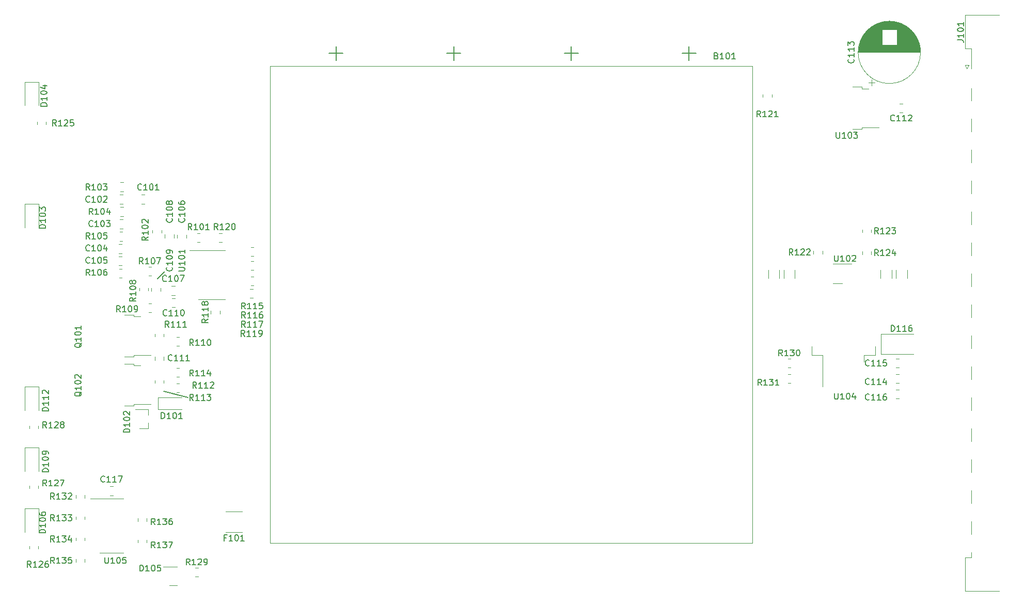
<source format=gbr>
G04 #@! TF.GenerationSoftware,KiCad,Pcbnew,(6.0.5)*
G04 #@! TF.CreationDate,2022-06-04T15:18:32+02:00*
G04 #@! TF.ProjectId,ADRmu_battery,4144526d-755f-4626-9174-746572792e6b,0.4*
G04 #@! TF.SameCoordinates,Original*
G04 #@! TF.FileFunction,Legend,Top*
G04 #@! TF.FilePolarity,Positive*
%FSLAX46Y46*%
G04 Gerber Fmt 4.6, Leading zero omitted, Abs format (unit mm)*
G04 Created by KiCad (PCBNEW (6.0.5)) date 2022-06-04 15:18:32*
%MOMM*%
%LPD*%
G01*
G04 APERTURE LIST*
%ADD10C,0.150000*%
%ADD11C,0.120000*%
G04 APERTURE END LIST*
D10*
X93000000Y-114500000D02*
X97000000Y-115450000D01*
X92000000Y-96000000D02*
X93200000Y-94800000D01*
G04 #@! TO.C,C110*
X93515817Y-101977142D02*
X93468198Y-102024761D01*
X93325341Y-102072380D01*
X93230103Y-102072380D01*
X93087245Y-102024761D01*
X92992007Y-101929523D01*
X92944388Y-101834285D01*
X92896769Y-101643809D01*
X92896769Y-101500952D01*
X92944388Y-101310476D01*
X92992007Y-101215238D01*
X93087245Y-101120000D01*
X93230103Y-101072380D01*
X93325341Y-101072380D01*
X93468198Y-101120000D01*
X93515817Y-101167619D01*
X94468198Y-102072380D02*
X93896769Y-102072380D01*
X94182484Y-102072380D02*
X94182484Y-101072380D01*
X94087245Y-101215238D01*
X93992007Y-101310476D01*
X93896769Y-101358095D01*
X95420579Y-102072380D02*
X94849150Y-102072380D01*
X95134865Y-102072380D02*
X95134865Y-101072380D01*
X95039626Y-101215238D01*
X94944388Y-101310476D01*
X94849150Y-101358095D01*
X96039626Y-101072380D02*
X96134865Y-101072380D01*
X96230103Y-101120000D01*
X96277722Y-101167619D01*
X96325341Y-101262857D01*
X96372960Y-101453333D01*
X96372960Y-101691428D01*
X96325341Y-101881904D01*
X96277722Y-101977142D01*
X96230103Y-102024761D01*
X96134865Y-102072380D01*
X96039626Y-102072380D01*
X95944388Y-102024761D01*
X95896769Y-101977142D01*
X95849150Y-101881904D01*
X95801531Y-101691428D01*
X95801531Y-101453333D01*
X95849150Y-101262857D01*
X95896769Y-101167619D01*
X95944388Y-101120000D01*
X96039626Y-101072380D01*
G04 #@! TO.C,C108*
X94357142Y-86119047D02*
X94404761Y-86166666D01*
X94452380Y-86309523D01*
X94452380Y-86404761D01*
X94404761Y-86547619D01*
X94309523Y-86642857D01*
X94214285Y-86690476D01*
X94023809Y-86738095D01*
X93880952Y-86738095D01*
X93690476Y-86690476D01*
X93595238Y-86642857D01*
X93500000Y-86547619D01*
X93452380Y-86404761D01*
X93452380Y-86309523D01*
X93500000Y-86166666D01*
X93547619Y-86119047D01*
X94452380Y-85166666D02*
X94452380Y-85738095D01*
X94452380Y-85452380D02*
X93452380Y-85452380D01*
X93595238Y-85547619D01*
X93690476Y-85642857D01*
X93738095Y-85738095D01*
X93452380Y-84547619D02*
X93452380Y-84452380D01*
X93500000Y-84357142D01*
X93547619Y-84309523D01*
X93642857Y-84261904D01*
X93833333Y-84214285D01*
X94071428Y-84214285D01*
X94261904Y-84261904D01*
X94357142Y-84309523D01*
X94404761Y-84357142D01*
X94452380Y-84452380D01*
X94452380Y-84547619D01*
X94404761Y-84642857D01*
X94357142Y-84690476D01*
X94261904Y-84738095D01*
X94071428Y-84785714D01*
X93833333Y-84785714D01*
X93642857Y-84738095D01*
X93547619Y-84690476D01*
X93500000Y-84642857D01*
X93452380Y-84547619D01*
X93880952Y-83642857D02*
X93833333Y-83738095D01*
X93785714Y-83785714D01*
X93690476Y-83833333D01*
X93642857Y-83833333D01*
X93547619Y-83785714D01*
X93500000Y-83738095D01*
X93452380Y-83642857D01*
X93452380Y-83452380D01*
X93500000Y-83357142D01*
X93547619Y-83309523D01*
X93642857Y-83261904D01*
X93690476Y-83261904D01*
X93785714Y-83309523D01*
X93833333Y-83357142D01*
X93880952Y-83452380D01*
X93880952Y-83642857D01*
X93928571Y-83738095D01*
X93976190Y-83785714D01*
X94071428Y-83833333D01*
X94261904Y-83833333D01*
X94357142Y-83785714D01*
X94404761Y-83738095D01*
X94452380Y-83642857D01*
X94452380Y-83452380D01*
X94404761Y-83357142D01*
X94357142Y-83309523D01*
X94261904Y-83261904D01*
X94071428Y-83261904D01*
X93976190Y-83309523D01*
X93928571Y-83357142D01*
X93880952Y-83452380D01*
G04 #@! TO.C,C116*
X208684952Y-115800142D02*
X208637333Y-115847761D01*
X208494476Y-115895380D01*
X208399238Y-115895380D01*
X208256380Y-115847761D01*
X208161142Y-115752523D01*
X208113523Y-115657285D01*
X208065904Y-115466809D01*
X208065904Y-115323952D01*
X208113523Y-115133476D01*
X208161142Y-115038238D01*
X208256380Y-114943000D01*
X208399238Y-114895380D01*
X208494476Y-114895380D01*
X208637333Y-114943000D01*
X208684952Y-114990619D01*
X209637333Y-115895380D02*
X209065904Y-115895380D01*
X209351619Y-115895380D02*
X209351619Y-114895380D01*
X209256380Y-115038238D01*
X209161142Y-115133476D01*
X209065904Y-115181095D01*
X210589714Y-115895380D02*
X210018285Y-115895380D01*
X210304000Y-115895380D02*
X210304000Y-114895380D01*
X210208761Y-115038238D01*
X210113523Y-115133476D01*
X210018285Y-115181095D01*
X211446857Y-114895380D02*
X211256380Y-114895380D01*
X211161142Y-114943000D01*
X211113523Y-114990619D01*
X211018285Y-115133476D01*
X210970666Y-115323952D01*
X210970666Y-115704904D01*
X211018285Y-115800142D01*
X211065904Y-115847761D01*
X211161142Y-115895380D01*
X211351619Y-115895380D01*
X211446857Y-115847761D01*
X211494476Y-115800142D01*
X211542095Y-115704904D01*
X211542095Y-115466809D01*
X211494476Y-115371571D01*
X211446857Y-115323952D01*
X211351619Y-115276333D01*
X211161142Y-115276333D01*
X211065904Y-115323952D01*
X211018285Y-115371571D01*
X210970666Y-115466809D01*
G04 #@! TO.C,C113*
X206107142Y-59986724D02*
X206154761Y-60034343D01*
X206202380Y-60177200D01*
X206202380Y-60272438D01*
X206154761Y-60415296D01*
X206059523Y-60510534D01*
X205964285Y-60558153D01*
X205773809Y-60605772D01*
X205630952Y-60605772D01*
X205440476Y-60558153D01*
X205345238Y-60510534D01*
X205250000Y-60415296D01*
X205202380Y-60272438D01*
X205202380Y-60177200D01*
X205250000Y-60034343D01*
X205297619Y-59986724D01*
X206202380Y-59034343D02*
X206202380Y-59605772D01*
X206202380Y-59320057D02*
X205202380Y-59320057D01*
X205345238Y-59415296D01*
X205440476Y-59510534D01*
X205488095Y-59605772D01*
X206202380Y-58081962D02*
X206202380Y-58653391D01*
X206202380Y-58367677D02*
X205202380Y-58367677D01*
X205345238Y-58462915D01*
X205440476Y-58558153D01*
X205488095Y-58653391D01*
X205202380Y-57748629D02*
X205202380Y-57129581D01*
X205583333Y-57462915D01*
X205583333Y-57320057D01*
X205630952Y-57224819D01*
X205678571Y-57177200D01*
X205773809Y-57129581D01*
X206011904Y-57129581D01*
X206107142Y-57177200D01*
X206154761Y-57224819D01*
X206202380Y-57320057D01*
X206202380Y-57605772D01*
X206154761Y-57701010D01*
X206107142Y-57748629D01*
G04 #@! TO.C,Q102*
X79547619Y-114547619D02*
X79500000Y-114642857D01*
X79404761Y-114738095D01*
X79261904Y-114880952D01*
X79214285Y-114976190D01*
X79214285Y-115071428D01*
X79452380Y-115023809D02*
X79404761Y-115119047D01*
X79309523Y-115214285D01*
X79119047Y-115261904D01*
X78785714Y-115261904D01*
X78595238Y-115214285D01*
X78500000Y-115119047D01*
X78452380Y-115023809D01*
X78452380Y-114833333D01*
X78500000Y-114738095D01*
X78595238Y-114642857D01*
X78785714Y-114595238D01*
X79119047Y-114595238D01*
X79309523Y-114642857D01*
X79404761Y-114738095D01*
X79452380Y-114833333D01*
X79452380Y-115023809D01*
X79452380Y-113642857D02*
X79452380Y-114214285D01*
X79452380Y-113928571D02*
X78452380Y-113928571D01*
X78595238Y-114023809D01*
X78690476Y-114119047D01*
X78738095Y-114214285D01*
X78452380Y-113023809D02*
X78452380Y-112928571D01*
X78500000Y-112833333D01*
X78547619Y-112785714D01*
X78642857Y-112738095D01*
X78833333Y-112690476D01*
X79071428Y-112690476D01*
X79261904Y-112738095D01*
X79357142Y-112785714D01*
X79404761Y-112833333D01*
X79452380Y-112928571D01*
X79452380Y-113023809D01*
X79404761Y-113119047D01*
X79357142Y-113166666D01*
X79261904Y-113214285D01*
X79071428Y-113261904D01*
X78833333Y-113261904D01*
X78642857Y-113214285D01*
X78547619Y-113166666D01*
X78500000Y-113119047D01*
X78452380Y-113023809D01*
X78547619Y-112309523D02*
X78500000Y-112261904D01*
X78452380Y-112166666D01*
X78452380Y-111928571D01*
X78500000Y-111833333D01*
X78547619Y-111785714D01*
X78642857Y-111738095D01*
X78738095Y-111738095D01*
X78880952Y-111785714D01*
X79452380Y-112357142D01*
X79452380Y-111738095D01*
G04 #@! TO.C,U105*
X83375714Y-141692380D02*
X83375714Y-142501904D01*
X83423333Y-142597142D01*
X83470952Y-142644761D01*
X83566190Y-142692380D01*
X83756666Y-142692380D01*
X83851904Y-142644761D01*
X83899523Y-142597142D01*
X83947142Y-142501904D01*
X83947142Y-141692380D01*
X84947142Y-142692380D02*
X84375714Y-142692380D01*
X84661428Y-142692380D02*
X84661428Y-141692380D01*
X84566190Y-141835238D01*
X84470952Y-141930476D01*
X84375714Y-141978095D01*
X85566190Y-141692380D02*
X85661428Y-141692380D01*
X85756666Y-141740000D01*
X85804285Y-141787619D01*
X85851904Y-141882857D01*
X85899523Y-142073333D01*
X85899523Y-142311428D01*
X85851904Y-142501904D01*
X85804285Y-142597142D01*
X85756666Y-142644761D01*
X85661428Y-142692380D01*
X85566190Y-142692380D01*
X85470952Y-142644761D01*
X85423333Y-142597142D01*
X85375714Y-142501904D01*
X85328095Y-142311428D01*
X85328095Y-142073333D01*
X85375714Y-141882857D01*
X85423333Y-141787619D01*
X85470952Y-141740000D01*
X85566190Y-141692380D01*
X86804285Y-141692380D02*
X86328095Y-141692380D01*
X86280476Y-142168571D01*
X86328095Y-142120952D01*
X86423333Y-142073333D01*
X86661428Y-142073333D01*
X86756666Y-142120952D01*
X86804285Y-142168571D01*
X86851904Y-142263809D01*
X86851904Y-142501904D01*
X86804285Y-142597142D01*
X86756666Y-142644761D01*
X86661428Y-142692380D01*
X86423333Y-142692380D01*
X86328095Y-142644761D01*
X86280476Y-142597142D01*
G04 #@! TO.C,U103*
X203285714Y-71952380D02*
X203285714Y-72761904D01*
X203333333Y-72857142D01*
X203380952Y-72904761D01*
X203476190Y-72952380D01*
X203666666Y-72952380D01*
X203761904Y-72904761D01*
X203809523Y-72857142D01*
X203857142Y-72761904D01*
X203857142Y-71952380D01*
X204857142Y-72952380D02*
X204285714Y-72952380D01*
X204571428Y-72952380D02*
X204571428Y-71952380D01*
X204476190Y-72095238D01*
X204380952Y-72190476D01*
X204285714Y-72238095D01*
X205476190Y-71952380D02*
X205571428Y-71952380D01*
X205666666Y-72000000D01*
X205714285Y-72047619D01*
X205761904Y-72142857D01*
X205809523Y-72333333D01*
X205809523Y-72571428D01*
X205761904Y-72761904D01*
X205714285Y-72857142D01*
X205666666Y-72904761D01*
X205571428Y-72952380D01*
X205476190Y-72952380D01*
X205380952Y-72904761D01*
X205333333Y-72857142D01*
X205285714Y-72761904D01*
X205238095Y-72571428D01*
X205238095Y-72333333D01*
X205285714Y-72142857D01*
X205333333Y-72047619D01*
X205380952Y-72000000D01*
X205476190Y-71952380D01*
X206142857Y-71952380D02*
X206761904Y-71952380D01*
X206428571Y-72333333D01*
X206571428Y-72333333D01*
X206666666Y-72380952D01*
X206714285Y-72428571D01*
X206761904Y-72523809D01*
X206761904Y-72761904D01*
X206714285Y-72857142D01*
X206666666Y-72904761D01*
X206571428Y-72952380D01*
X206285714Y-72952380D01*
X206190476Y-72904761D01*
X206142857Y-72857142D01*
G04 #@! TO.C,F101*
X103256785Y-138468571D02*
X102923452Y-138468571D01*
X102923452Y-138992380D02*
X102923452Y-137992380D01*
X103399642Y-137992380D01*
X104304404Y-138992380D02*
X103732976Y-138992380D01*
X104018690Y-138992380D02*
X104018690Y-137992380D01*
X103923452Y-138135238D01*
X103828214Y-138230476D01*
X103732976Y-138278095D01*
X104923452Y-137992380D02*
X105018690Y-137992380D01*
X105113928Y-138040000D01*
X105161547Y-138087619D01*
X105209166Y-138182857D01*
X105256785Y-138373333D01*
X105256785Y-138611428D01*
X105209166Y-138801904D01*
X105161547Y-138897142D01*
X105113928Y-138944761D01*
X105018690Y-138992380D01*
X104923452Y-138992380D01*
X104828214Y-138944761D01*
X104780595Y-138897142D01*
X104732976Y-138801904D01*
X104685357Y-138611428D01*
X104685357Y-138373333D01*
X104732976Y-138182857D01*
X104780595Y-138087619D01*
X104828214Y-138040000D01*
X104923452Y-137992380D01*
X106209166Y-138992380D02*
X105637738Y-138992380D01*
X105923452Y-138992380D02*
X105923452Y-137992380D01*
X105828214Y-138135238D01*
X105732976Y-138230476D01*
X105637738Y-138278095D01*
G04 #@! TO.C,R107*
X89637452Y-93567380D02*
X89304119Y-93091190D01*
X89066023Y-93567380D02*
X89066023Y-92567380D01*
X89446976Y-92567380D01*
X89542214Y-92615000D01*
X89589833Y-92662619D01*
X89637452Y-92757857D01*
X89637452Y-92900714D01*
X89589833Y-92995952D01*
X89542214Y-93043571D01*
X89446976Y-93091190D01*
X89066023Y-93091190D01*
X90589833Y-93567380D02*
X90018404Y-93567380D01*
X90304119Y-93567380D02*
X90304119Y-92567380D01*
X90208880Y-92710238D01*
X90113642Y-92805476D01*
X90018404Y-92853095D01*
X91208880Y-92567380D02*
X91304119Y-92567380D01*
X91399357Y-92615000D01*
X91446976Y-92662619D01*
X91494595Y-92757857D01*
X91542214Y-92948333D01*
X91542214Y-93186428D01*
X91494595Y-93376904D01*
X91446976Y-93472142D01*
X91399357Y-93519761D01*
X91304119Y-93567380D01*
X91208880Y-93567380D01*
X91113642Y-93519761D01*
X91066023Y-93472142D01*
X91018404Y-93376904D01*
X90970785Y-93186428D01*
X90970785Y-92948333D01*
X91018404Y-92757857D01*
X91066023Y-92662619D01*
X91113642Y-92615000D01*
X91208880Y-92567380D01*
X91875547Y-92567380D02*
X92542214Y-92567380D01*
X92113642Y-93567380D01*
G04 #@! TO.C,B101*
X183642857Y-59428571D02*
X183785714Y-59476190D01*
X183833333Y-59523809D01*
X183880952Y-59619047D01*
X183880952Y-59761904D01*
X183833333Y-59857142D01*
X183785714Y-59904761D01*
X183690476Y-59952380D01*
X183309523Y-59952380D01*
X183309523Y-58952380D01*
X183642857Y-58952380D01*
X183738095Y-59000000D01*
X183785714Y-59047619D01*
X183833333Y-59142857D01*
X183833333Y-59238095D01*
X183785714Y-59333333D01*
X183738095Y-59380952D01*
X183642857Y-59428571D01*
X183309523Y-59428571D01*
X184833333Y-59952380D02*
X184261904Y-59952380D01*
X184547619Y-59952380D02*
X184547619Y-58952380D01*
X184452380Y-59095238D01*
X184357142Y-59190476D01*
X184261904Y-59238095D01*
X185452380Y-58952380D02*
X185547619Y-58952380D01*
X185642857Y-59000000D01*
X185690476Y-59047619D01*
X185738095Y-59142857D01*
X185785714Y-59333333D01*
X185785714Y-59571428D01*
X185738095Y-59761904D01*
X185690476Y-59857142D01*
X185642857Y-59904761D01*
X185547619Y-59952380D01*
X185452380Y-59952380D01*
X185357142Y-59904761D01*
X185309523Y-59857142D01*
X185261904Y-59761904D01*
X185214285Y-59571428D01*
X185214285Y-59333333D01*
X185261904Y-59142857D01*
X185309523Y-59047619D01*
X185357142Y-59000000D01*
X185452380Y-58952380D01*
X186738095Y-59952380D02*
X186166666Y-59952380D01*
X186452380Y-59952380D02*
X186452380Y-58952380D01*
X186357142Y-59095238D01*
X186261904Y-59190476D01*
X186166666Y-59238095D01*
X179164285Y-60192857D02*
X179164285Y-57907142D01*
X180307142Y-59050000D02*
X178021428Y-59050000D01*
X140564285Y-60192857D02*
X140564285Y-57907142D01*
X141707142Y-59050000D02*
X139421428Y-59050000D01*
X121264285Y-60192857D02*
X121264285Y-57907142D01*
X122407142Y-59050000D02*
X120121428Y-59050000D01*
X159864285Y-60192857D02*
X159864285Y-57907142D01*
X161007142Y-59050000D02*
X158721428Y-59050000D01*
G04 #@! TO.C,R120*
X101880952Y-87952380D02*
X101547619Y-87476190D01*
X101309523Y-87952380D02*
X101309523Y-86952380D01*
X101690476Y-86952380D01*
X101785714Y-87000000D01*
X101833333Y-87047619D01*
X101880952Y-87142857D01*
X101880952Y-87285714D01*
X101833333Y-87380952D01*
X101785714Y-87428571D01*
X101690476Y-87476190D01*
X101309523Y-87476190D01*
X102833333Y-87952380D02*
X102261904Y-87952380D01*
X102547619Y-87952380D02*
X102547619Y-86952380D01*
X102452380Y-87095238D01*
X102357142Y-87190476D01*
X102261904Y-87238095D01*
X103214285Y-87047619D02*
X103261904Y-87000000D01*
X103357142Y-86952380D01*
X103595238Y-86952380D01*
X103690476Y-87000000D01*
X103738095Y-87047619D01*
X103785714Y-87142857D01*
X103785714Y-87238095D01*
X103738095Y-87380952D01*
X103166666Y-87952380D01*
X103785714Y-87952380D01*
X104404761Y-86952380D02*
X104500000Y-86952380D01*
X104595238Y-87000000D01*
X104642857Y-87047619D01*
X104690476Y-87142857D01*
X104738095Y-87333333D01*
X104738095Y-87571428D01*
X104690476Y-87761904D01*
X104642857Y-87857142D01*
X104595238Y-87904761D01*
X104500000Y-87952380D01*
X104404761Y-87952380D01*
X104309523Y-87904761D01*
X104261904Y-87857142D01*
X104214285Y-87761904D01*
X104166666Y-87571428D01*
X104166666Y-87333333D01*
X104214285Y-87142857D01*
X104261904Y-87047619D01*
X104309523Y-87000000D01*
X104404761Y-86952380D01*
G04 #@! TO.C,C117*
X83335952Y-129262142D02*
X83288333Y-129309761D01*
X83145476Y-129357380D01*
X83050238Y-129357380D01*
X82907380Y-129309761D01*
X82812142Y-129214523D01*
X82764523Y-129119285D01*
X82716904Y-128928809D01*
X82716904Y-128785952D01*
X82764523Y-128595476D01*
X82812142Y-128500238D01*
X82907380Y-128405000D01*
X83050238Y-128357380D01*
X83145476Y-128357380D01*
X83288333Y-128405000D01*
X83335952Y-128452619D01*
X84288333Y-129357380D02*
X83716904Y-129357380D01*
X84002619Y-129357380D02*
X84002619Y-128357380D01*
X83907380Y-128500238D01*
X83812142Y-128595476D01*
X83716904Y-128643095D01*
X85240714Y-129357380D02*
X84669285Y-129357380D01*
X84955000Y-129357380D02*
X84955000Y-128357380D01*
X84859761Y-128500238D01*
X84764523Y-128595476D01*
X84669285Y-128643095D01*
X85574047Y-128357380D02*
X86240714Y-128357380D01*
X85812142Y-129357380D01*
G04 #@! TO.C,R129*
X97305952Y-142947380D02*
X96972619Y-142471190D01*
X96734523Y-142947380D02*
X96734523Y-141947380D01*
X97115476Y-141947380D01*
X97210714Y-141995000D01*
X97258333Y-142042619D01*
X97305952Y-142137857D01*
X97305952Y-142280714D01*
X97258333Y-142375952D01*
X97210714Y-142423571D01*
X97115476Y-142471190D01*
X96734523Y-142471190D01*
X98258333Y-142947380D02*
X97686904Y-142947380D01*
X97972619Y-142947380D02*
X97972619Y-141947380D01*
X97877380Y-142090238D01*
X97782142Y-142185476D01*
X97686904Y-142233095D01*
X98639285Y-142042619D02*
X98686904Y-141995000D01*
X98782142Y-141947380D01*
X99020238Y-141947380D01*
X99115476Y-141995000D01*
X99163095Y-142042619D01*
X99210714Y-142137857D01*
X99210714Y-142233095D01*
X99163095Y-142375952D01*
X98591666Y-142947380D01*
X99210714Y-142947380D01*
X99686904Y-142947380D02*
X99877380Y-142947380D01*
X99972619Y-142899761D01*
X100020238Y-142852142D01*
X100115476Y-142709285D01*
X100163095Y-142518809D01*
X100163095Y-142137857D01*
X100115476Y-142042619D01*
X100067857Y-141995000D01*
X99972619Y-141947380D01*
X99782142Y-141947380D01*
X99686904Y-141995000D01*
X99639285Y-142042619D01*
X99591666Y-142137857D01*
X99591666Y-142375952D01*
X99639285Y-142471190D01*
X99686904Y-142518809D01*
X99782142Y-142566428D01*
X99972619Y-142566428D01*
X100067857Y-142518809D01*
X100115476Y-142471190D01*
X100163095Y-142375952D01*
G04 #@! TO.C,R135*
X75080952Y-142692380D02*
X74747619Y-142216190D01*
X74509523Y-142692380D02*
X74509523Y-141692380D01*
X74890476Y-141692380D01*
X74985714Y-141740000D01*
X75033333Y-141787619D01*
X75080952Y-141882857D01*
X75080952Y-142025714D01*
X75033333Y-142120952D01*
X74985714Y-142168571D01*
X74890476Y-142216190D01*
X74509523Y-142216190D01*
X76033333Y-142692380D02*
X75461904Y-142692380D01*
X75747619Y-142692380D02*
X75747619Y-141692380D01*
X75652380Y-141835238D01*
X75557142Y-141930476D01*
X75461904Y-141978095D01*
X76366666Y-141692380D02*
X76985714Y-141692380D01*
X76652380Y-142073333D01*
X76795238Y-142073333D01*
X76890476Y-142120952D01*
X76938095Y-142168571D01*
X76985714Y-142263809D01*
X76985714Y-142501904D01*
X76938095Y-142597142D01*
X76890476Y-142644761D01*
X76795238Y-142692380D01*
X76509523Y-142692380D01*
X76414285Y-142644761D01*
X76366666Y-142597142D01*
X77890476Y-141692380D02*
X77414285Y-141692380D01*
X77366666Y-142168571D01*
X77414285Y-142120952D01*
X77509523Y-142073333D01*
X77747619Y-142073333D01*
X77842857Y-142120952D01*
X77890476Y-142168571D01*
X77938095Y-142263809D01*
X77938095Y-142501904D01*
X77890476Y-142597142D01*
X77842857Y-142644761D01*
X77747619Y-142692380D01*
X77509523Y-142692380D01*
X77414285Y-142644761D01*
X77366666Y-142597142D01*
G04 #@! TO.C,U104*
X203009714Y-114768380D02*
X203009714Y-115577904D01*
X203057333Y-115673142D01*
X203104952Y-115720761D01*
X203200190Y-115768380D01*
X203390666Y-115768380D01*
X203485904Y-115720761D01*
X203533523Y-115673142D01*
X203581142Y-115577904D01*
X203581142Y-114768380D01*
X204581142Y-115768380D02*
X204009714Y-115768380D01*
X204295428Y-115768380D02*
X204295428Y-114768380D01*
X204200190Y-114911238D01*
X204104952Y-115006476D01*
X204009714Y-115054095D01*
X205200190Y-114768380D02*
X205295428Y-114768380D01*
X205390666Y-114816000D01*
X205438285Y-114863619D01*
X205485904Y-114958857D01*
X205533523Y-115149333D01*
X205533523Y-115387428D01*
X205485904Y-115577904D01*
X205438285Y-115673142D01*
X205390666Y-115720761D01*
X205295428Y-115768380D01*
X205200190Y-115768380D01*
X205104952Y-115720761D01*
X205057333Y-115673142D01*
X205009714Y-115577904D01*
X204962095Y-115387428D01*
X204962095Y-115149333D01*
X205009714Y-114958857D01*
X205057333Y-114863619D01*
X205104952Y-114816000D01*
X205200190Y-114768380D01*
X206390666Y-115101714D02*
X206390666Y-115768380D01*
X206152571Y-114720761D02*
X205914476Y-115435047D01*
X206533523Y-115435047D01*
G04 #@! TO.C,R108*
X88452380Y-99119047D02*
X87976190Y-99452380D01*
X88452380Y-99690476D02*
X87452380Y-99690476D01*
X87452380Y-99309523D01*
X87500000Y-99214285D01*
X87547619Y-99166666D01*
X87642857Y-99119047D01*
X87785714Y-99119047D01*
X87880952Y-99166666D01*
X87928571Y-99214285D01*
X87976190Y-99309523D01*
X87976190Y-99690476D01*
X88452380Y-98166666D02*
X88452380Y-98738095D01*
X88452380Y-98452380D02*
X87452380Y-98452380D01*
X87595238Y-98547619D01*
X87690476Y-98642857D01*
X87738095Y-98738095D01*
X87452380Y-97547619D02*
X87452380Y-97452380D01*
X87500000Y-97357142D01*
X87547619Y-97309523D01*
X87642857Y-97261904D01*
X87833333Y-97214285D01*
X88071428Y-97214285D01*
X88261904Y-97261904D01*
X88357142Y-97309523D01*
X88404761Y-97357142D01*
X88452380Y-97452380D01*
X88452380Y-97547619D01*
X88404761Y-97642857D01*
X88357142Y-97690476D01*
X88261904Y-97738095D01*
X88071428Y-97785714D01*
X87833333Y-97785714D01*
X87642857Y-97738095D01*
X87547619Y-97690476D01*
X87500000Y-97642857D01*
X87452380Y-97547619D01*
X87880952Y-96642857D02*
X87833333Y-96738095D01*
X87785714Y-96785714D01*
X87690476Y-96833333D01*
X87642857Y-96833333D01*
X87547619Y-96785714D01*
X87500000Y-96738095D01*
X87452380Y-96642857D01*
X87452380Y-96452380D01*
X87500000Y-96357142D01*
X87547619Y-96309523D01*
X87642857Y-96261904D01*
X87690476Y-96261904D01*
X87785714Y-96309523D01*
X87833333Y-96357142D01*
X87880952Y-96452380D01*
X87880952Y-96642857D01*
X87928571Y-96738095D01*
X87976190Y-96785714D01*
X88071428Y-96833333D01*
X88261904Y-96833333D01*
X88357142Y-96785714D01*
X88404761Y-96738095D01*
X88452380Y-96642857D01*
X88452380Y-96452380D01*
X88404761Y-96357142D01*
X88357142Y-96309523D01*
X88261904Y-96261904D01*
X88071428Y-96261904D01*
X87976190Y-96309523D01*
X87928571Y-96357142D01*
X87880952Y-96452380D01*
G04 #@! TO.C,R105*
X80880952Y-89452380D02*
X80547619Y-88976190D01*
X80309523Y-89452380D02*
X80309523Y-88452380D01*
X80690476Y-88452380D01*
X80785714Y-88500000D01*
X80833333Y-88547619D01*
X80880952Y-88642857D01*
X80880952Y-88785714D01*
X80833333Y-88880952D01*
X80785714Y-88928571D01*
X80690476Y-88976190D01*
X80309523Y-88976190D01*
X81833333Y-89452380D02*
X81261904Y-89452380D01*
X81547619Y-89452380D02*
X81547619Y-88452380D01*
X81452380Y-88595238D01*
X81357142Y-88690476D01*
X81261904Y-88738095D01*
X82452380Y-88452380D02*
X82547619Y-88452380D01*
X82642857Y-88500000D01*
X82690476Y-88547619D01*
X82738095Y-88642857D01*
X82785714Y-88833333D01*
X82785714Y-89071428D01*
X82738095Y-89261904D01*
X82690476Y-89357142D01*
X82642857Y-89404761D01*
X82547619Y-89452380D01*
X82452380Y-89452380D01*
X82357142Y-89404761D01*
X82309523Y-89357142D01*
X82261904Y-89261904D01*
X82214285Y-89071428D01*
X82214285Y-88833333D01*
X82261904Y-88642857D01*
X82309523Y-88547619D01*
X82357142Y-88500000D01*
X82452380Y-88452380D01*
X83690476Y-88452380D02*
X83214285Y-88452380D01*
X83166666Y-88928571D01*
X83214285Y-88880952D01*
X83309523Y-88833333D01*
X83547619Y-88833333D01*
X83642857Y-88880952D01*
X83690476Y-88928571D01*
X83738095Y-89023809D01*
X83738095Y-89261904D01*
X83690476Y-89357142D01*
X83642857Y-89404761D01*
X83547619Y-89452380D01*
X83309523Y-89452380D01*
X83214285Y-89404761D01*
X83166666Y-89357142D01*
G04 #@! TO.C,R137*
X91590952Y-140152380D02*
X91257619Y-139676190D01*
X91019523Y-140152380D02*
X91019523Y-139152380D01*
X91400476Y-139152380D01*
X91495714Y-139200000D01*
X91543333Y-139247619D01*
X91590952Y-139342857D01*
X91590952Y-139485714D01*
X91543333Y-139580952D01*
X91495714Y-139628571D01*
X91400476Y-139676190D01*
X91019523Y-139676190D01*
X92543333Y-140152380D02*
X91971904Y-140152380D01*
X92257619Y-140152380D02*
X92257619Y-139152380D01*
X92162380Y-139295238D01*
X92067142Y-139390476D01*
X91971904Y-139438095D01*
X92876666Y-139152380D02*
X93495714Y-139152380D01*
X93162380Y-139533333D01*
X93305238Y-139533333D01*
X93400476Y-139580952D01*
X93448095Y-139628571D01*
X93495714Y-139723809D01*
X93495714Y-139961904D01*
X93448095Y-140057142D01*
X93400476Y-140104761D01*
X93305238Y-140152380D01*
X93019523Y-140152380D01*
X92924285Y-140104761D01*
X92876666Y-140057142D01*
X93829047Y-139152380D02*
X94495714Y-139152380D01*
X94067142Y-140152380D01*
G04 #@! TO.C,R127*
X73810952Y-129992380D02*
X73477619Y-129516190D01*
X73239523Y-129992380D02*
X73239523Y-128992380D01*
X73620476Y-128992380D01*
X73715714Y-129040000D01*
X73763333Y-129087619D01*
X73810952Y-129182857D01*
X73810952Y-129325714D01*
X73763333Y-129420952D01*
X73715714Y-129468571D01*
X73620476Y-129516190D01*
X73239523Y-129516190D01*
X74763333Y-129992380D02*
X74191904Y-129992380D01*
X74477619Y-129992380D02*
X74477619Y-128992380D01*
X74382380Y-129135238D01*
X74287142Y-129230476D01*
X74191904Y-129278095D01*
X75144285Y-129087619D02*
X75191904Y-129040000D01*
X75287142Y-128992380D01*
X75525238Y-128992380D01*
X75620476Y-129040000D01*
X75668095Y-129087619D01*
X75715714Y-129182857D01*
X75715714Y-129278095D01*
X75668095Y-129420952D01*
X75096666Y-129992380D01*
X75715714Y-129992380D01*
X76049047Y-128992380D02*
X76715714Y-128992380D01*
X76287142Y-129992380D01*
G04 #@! TO.C,Q101*
X79547619Y-106547619D02*
X79500000Y-106642857D01*
X79404761Y-106738095D01*
X79261904Y-106880952D01*
X79214285Y-106976190D01*
X79214285Y-107071428D01*
X79452380Y-107023809D02*
X79404761Y-107119047D01*
X79309523Y-107214285D01*
X79119047Y-107261904D01*
X78785714Y-107261904D01*
X78595238Y-107214285D01*
X78500000Y-107119047D01*
X78452380Y-107023809D01*
X78452380Y-106833333D01*
X78500000Y-106738095D01*
X78595238Y-106642857D01*
X78785714Y-106595238D01*
X79119047Y-106595238D01*
X79309523Y-106642857D01*
X79404761Y-106738095D01*
X79452380Y-106833333D01*
X79452380Y-107023809D01*
X79452380Y-105642857D02*
X79452380Y-106214285D01*
X79452380Y-105928571D02*
X78452380Y-105928571D01*
X78595238Y-106023809D01*
X78690476Y-106119047D01*
X78738095Y-106214285D01*
X78452380Y-105023809D02*
X78452380Y-104928571D01*
X78500000Y-104833333D01*
X78547619Y-104785714D01*
X78642857Y-104738095D01*
X78833333Y-104690476D01*
X79071428Y-104690476D01*
X79261904Y-104738095D01*
X79357142Y-104785714D01*
X79404761Y-104833333D01*
X79452380Y-104928571D01*
X79452380Y-105023809D01*
X79404761Y-105119047D01*
X79357142Y-105166666D01*
X79261904Y-105214285D01*
X79071428Y-105261904D01*
X78833333Y-105261904D01*
X78642857Y-105214285D01*
X78547619Y-105166666D01*
X78500000Y-105119047D01*
X78452380Y-105023809D01*
X79452380Y-103738095D02*
X79452380Y-104309523D01*
X79452380Y-104023809D02*
X78452380Y-104023809D01*
X78595238Y-104119047D01*
X78690476Y-104214285D01*
X78738095Y-104309523D01*
G04 #@! TO.C,D103*
X73647380Y-87690476D02*
X72647380Y-87690476D01*
X72647380Y-87452380D01*
X72695000Y-87309523D01*
X72790238Y-87214285D01*
X72885476Y-87166666D01*
X73075952Y-87119047D01*
X73218809Y-87119047D01*
X73409285Y-87166666D01*
X73504523Y-87214285D01*
X73599761Y-87309523D01*
X73647380Y-87452380D01*
X73647380Y-87690476D01*
X73647380Y-86166666D02*
X73647380Y-86738095D01*
X73647380Y-86452380D02*
X72647380Y-86452380D01*
X72790238Y-86547619D01*
X72885476Y-86642857D01*
X72933095Y-86738095D01*
X72647380Y-85547619D02*
X72647380Y-85452380D01*
X72695000Y-85357142D01*
X72742619Y-85309523D01*
X72837857Y-85261904D01*
X73028333Y-85214285D01*
X73266428Y-85214285D01*
X73456904Y-85261904D01*
X73552142Y-85309523D01*
X73599761Y-85357142D01*
X73647380Y-85452380D01*
X73647380Y-85547619D01*
X73599761Y-85642857D01*
X73552142Y-85690476D01*
X73456904Y-85738095D01*
X73266428Y-85785714D01*
X73028333Y-85785714D01*
X72837857Y-85738095D01*
X72742619Y-85690476D01*
X72695000Y-85642857D01*
X72647380Y-85547619D01*
X72647380Y-84880952D02*
X72647380Y-84261904D01*
X73028333Y-84595238D01*
X73028333Y-84452380D01*
X73075952Y-84357142D01*
X73123571Y-84309523D01*
X73218809Y-84261904D01*
X73456904Y-84261904D01*
X73552142Y-84309523D01*
X73599761Y-84357142D01*
X73647380Y-84452380D01*
X73647380Y-84738095D01*
X73599761Y-84833333D01*
X73552142Y-84880952D01*
G04 #@! TO.C,C112*
X212830952Y-70037142D02*
X212783333Y-70084761D01*
X212640476Y-70132380D01*
X212545238Y-70132380D01*
X212402380Y-70084761D01*
X212307142Y-69989523D01*
X212259523Y-69894285D01*
X212211904Y-69703809D01*
X212211904Y-69560952D01*
X212259523Y-69370476D01*
X212307142Y-69275238D01*
X212402380Y-69180000D01*
X212545238Y-69132380D01*
X212640476Y-69132380D01*
X212783333Y-69180000D01*
X212830952Y-69227619D01*
X213783333Y-70132380D02*
X213211904Y-70132380D01*
X213497619Y-70132380D02*
X213497619Y-69132380D01*
X213402380Y-69275238D01*
X213307142Y-69370476D01*
X213211904Y-69418095D01*
X214735714Y-70132380D02*
X214164285Y-70132380D01*
X214450000Y-70132380D02*
X214450000Y-69132380D01*
X214354761Y-69275238D01*
X214259523Y-69370476D01*
X214164285Y-69418095D01*
X215116666Y-69227619D02*
X215164285Y-69180000D01*
X215259523Y-69132380D01*
X215497619Y-69132380D01*
X215592857Y-69180000D01*
X215640476Y-69227619D01*
X215688095Y-69322857D01*
X215688095Y-69418095D01*
X215640476Y-69560952D01*
X215069047Y-70132380D01*
X215688095Y-70132380D01*
G04 #@! TO.C,R130*
X194460952Y-108656380D02*
X194127619Y-108180190D01*
X193889523Y-108656380D02*
X193889523Y-107656380D01*
X194270476Y-107656380D01*
X194365714Y-107704000D01*
X194413333Y-107751619D01*
X194460952Y-107846857D01*
X194460952Y-107989714D01*
X194413333Y-108084952D01*
X194365714Y-108132571D01*
X194270476Y-108180190D01*
X193889523Y-108180190D01*
X195413333Y-108656380D02*
X194841904Y-108656380D01*
X195127619Y-108656380D02*
X195127619Y-107656380D01*
X195032380Y-107799238D01*
X194937142Y-107894476D01*
X194841904Y-107942095D01*
X195746666Y-107656380D02*
X196365714Y-107656380D01*
X196032380Y-108037333D01*
X196175238Y-108037333D01*
X196270476Y-108084952D01*
X196318095Y-108132571D01*
X196365714Y-108227809D01*
X196365714Y-108465904D01*
X196318095Y-108561142D01*
X196270476Y-108608761D01*
X196175238Y-108656380D01*
X195889523Y-108656380D01*
X195794285Y-108608761D01*
X195746666Y-108561142D01*
X196984761Y-107656380D02*
X197080000Y-107656380D01*
X197175238Y-107704000D01*
X197222857Y-107751619D01*
X197270476Y-107846857D01*
X197318095Y-108037333D01*
X197318095Y-108275428D01*
X197270476Y-108465904D01*
X197222857Y-108561142D01*
X197175238Y-108608761D01*
X197080000Y-108656380D01*
X196984761Y-108656380D01*
X196889523Y-108608761D01*
X196841904Y-108561142D01*
X196794285Y-108465904D01*
X196746666Y-108275428D01*
X196746666Y-108037333D01*
X196794285Y-107846857D01*
X196841904Y-107751619D01*
X196889523Y-107704000D01*
X196984761Y-107656380D01*
G04 #@! TO.C,R118*
X100302380Y-102619047D02*
X99826190Y-102952380D01*
X100302380Y-103190476D02*
X99302380Y-103190476D01*
X99302380Y-102809523D01*
X99350000Y-102714285D01*
X99397619Y-102666666D01*
X99492857Y-102619047D01*
X99635714Y-102619047D01*
X99730952Y-102666666D01*
X99778571Y-102714285D01*
X99826190Y-102809523D01*
X99826190Y-103190476D01*
X100302380Y-101666666D02*
X100302380Y-102238095D01*
X100302380Y-101952380D02*
X99302380Y-101952380D01*
X99445238Y-102047619D01*
X99540476Y-102142857D01*
X99588095Y-102238095D01*
X100302380Y-100714285D02*
X100302380Y-101285714D01*
X100302380Y-101000000D02*
X99302380Y-101000000D01*
X99445238Y-101095238D01*
X99540476Y-101190476D01*
X99588095Y-101285714D01*
X99730952Y-100142857D02*
X99683333Y-100238095D01*
X99635714Y-100285714D01*
X99540476Y-100333333D01*
X99492857Y-100333333D01*
X99397619Y-100285714D01*
X99350000Y-100238095D01*
X99302380Y-100142857D01*
X99302380Y-99952380D01*
X99350000Y-99857142D01*
X99397619Y-99809523D01*
X99492857Y-99761904D01*
X99540476Y-99761904D01*
X99635714Y-99809523D01*
X99683333Y-99857142D01*
X99730952Y-99952380D01*
X99730952Y-100142857D01*
X99778571Y-100238095D01*
X99826190Y-100285714D01*
X99921428Y-100333333D01*
X100111904Y-100333333D01*
X100207142Y-100285714D01*
X100254761Y-100238095D01*
X100302380Y-100142857D01*
X100302380Y-99952380D01*
X100254761Y-99857142D01*
X100207142Y-99809523D01*
X100111904Y-99761904D01*
X99921428Y-99761904D01*
X99826190Y-99809523D01*
X99778571Y-99857142D01*
X99730952Y-99952380D01*
G04 #@! TO.C,R119*
X106310952Y-105452380D02*
X105977619Y-104976190D01*
X105739523Y-105452380D02*
X105739523Y-104452380D01*
X106120476Y-104452380D01*
X106215714Y-104500000D01*
X106263333Y-104547619D01*
X106310952Y-104642857D01*
X106310952Y-104785714D01*
X106263333Y-104880952D01*
X106215714Y-104928571D01*
X106120476Y-104976190D01*
X105739523Y-104976190D01*
X107263333Y-105452380D02*
X106691904Y-105452380D01*
X106977619Y-105452380D02*
X106977619Y-104452380D01*
X106882380Y-104595238D01*
X106787142Y-104690476D01*
X106691904Y-104738095D01*
X108215714Y-105452380D02*
X107644285Y-105452380D01*
X107930000Y-105452380D02*
X107930000Y-104452380D01*
X107834761Y-104595238D01*
X107739523Y-104690476D01*
X107644285Y-104738095D01*
X108691904Y-105452380D02*
X108882380Y-105452380D01*
X108977619Y-105404761D01*
X109025238Y-105357142D01*
X109120476Y-105214285D01*
X109168095Y-105023809D01*
X109168095Y-104642857D01*
X109120476Y-104547619D01*
X109072857Y-104500000D01*
X108977619Y-104452380D01*
X108787142Y-104452380D01*
X108691904Y-104500000D01*
X108644285Y-104547619D01*
X108596666Y-104642857D01*
X108596666Y-104880952D01*
X108644285Y-104976190D01*
X108691904Y-105023809D01*
X108787142Y-105071428D01*
X108977619Y-105071428D01*
X109072857Y-105023809D01*
X109120476Y-104976190D01*
X109168095Y-104880952D01*
G04 #@! TO.C,C106*
X96357142Y-86119047D02*
X96404761Y-86166666D01*
X96452380Y-86309523D01*
X96452380Y-86404761D01*
X96404761Y-86547619D01*
X96309523Y-86642857D01*
X96214285Y-86690476D01*
X96023809Y-86738095D01*
X95880952Y-86738095D01*
X95690476Y-86690476D01*
X95595238Y-86642857D01*
X95500000Y-86547619D01*
X95452380Y-86404761D01*
X95452380Y-86309523D01*
X95500000Y-86166666D01*
X95547619Y-86119047D01*
X96452380Y-85166666D02*
X96452380Y-85738095D01*
X96452380Y-85452380D02*
X95452380Y-85452380D01*
X95595238Y-85547619D01*
X95690476Y-85642857D01*
X95738095Y-85738095D01*
X95452380Y-84547619D02*
X95452380Y-84452380D01*
X95500000Y-84357142D01*
X95547619Y-84309523D01*
X95642857Y-84261904D01*
X95833333Y-84214285D01*
X96071428Y-84214285D01*
X96261904Y-84261904D01*
X96357142Y-84309523D01*
X96404761Y-84357142D01*
X96452380Y-84452380D01*
X96452380Y-84547619D01*
X96404761Y-84642857D01*
X96357142Y-84690476D01*
X96261904Y-84738095D01*
X96071428Y-84785714D01*
X95833333Y-84785714D01*
X95642857Y-84738095D01*
X95547619Y-84690476D01*
X95500000Y-84642857D01*
X95452380Y-84547619D01*
X95452380Y-83357142D02*
X95452380Y-83547619D01*
X95500000Y-83642857D01*
X95547619Y-83690476D01*
X95690476Y-83785714D01*
X95880952Y-83833333D01*
X96261904Y-83833333D01*
X96357142Y-83785714D01*
X96404761Y-83738095D01*
X96452380Y-83642857D01*
X96452380Y-83452380D01*
X96404761Y-83357142D01*
X96357142Y-83309523D01*
X96261904Y-83261904D01*
X96023809Y-83261904D01*
X95928571Y-83309523D01*
X95880952Y-83357142D01*
X95833333Y-83452380D01*
X95833333Y-83642857D01*
X95880952Y-83738095D01*
X95928571Y-83785714D01*
X96023809Y-83833333D01*
G04 #@! TO.C,R134*
X75080952Y-139159880D02*
X74747619Y-138683690D01*
X74509523Y-139159880D02*
X74509523Y-138159880D01*
X74890476Y-138159880D01*
X74985714Y-138207500D01*
X75033333Y-138255119D01*
X75080952Y-138350357D01*
X75080952Y-138493214D01*
X75033333Y-138588452D01*
X74985714Y-138636071D01*
X74890476Y-138683690D01*
X74509523Y-138683690D01*
X76033333Y-139159880D02*
X75461904Y-139159880D01*
X75747619Y-139159880D02*
X75747619Y-138159880D01*
X75652380Y-138302738D01*
X75557142Y-138397976D01*
X75461904Y-138445595D01*
X76366666Y-138159880D02*
X76985714Y-138159880D01*
X76652380Y-138540833D01*
X76795238Y-138540833D01*
X76890476Y-138588452D01*
X76938095Y-138636071D01*
X76985714Y-138731309D01*
X76985714Y-138969404D01*
X76938095Y-139064642D01*
X76890476Y-139112261D01*
X76795238Y-139159880D01*
X76509523Y-139159880D01*
X76414285Y-139112261D01*
X76366666Y-139064642D01*
X77842857Y-138493214D02*
X77842857Y-139159880D01*
X77604761Y-138112261D02*
X77366666Y-138826547D01*
X77985714Y-138826547D01*
G04 #@! TO.C,R123*
X210170952Y-88632380D02*
X209837619Y-88156190D01*
X209599523Y-88632380D02*
X209599523Y-87632380D01*
X209980476Y-87632380D01*
X210075714Y-87680000D01*
X210123333Y-87727619D01*
X210170952Y-87822857D01*
X210170952Y-87965714D01*
X210123333Y-88060952D01*
X210075714Y-88108571D01*
X209980476Y-88156190D01*
X209599523Y-88156190D01*
X211123333Y-88632380D02*
X210551904Y-88632380D01*
X210837619Y-88632380D02*
X210837619Y-87632380D01*
X210742380Y-87775238D01*
X210647142Y-87870476D01*
X210551904Y-87918095D01*
X211504285Y-87727619D02*
X211551904Y-87680000D01*
X211647142Y-87632380D01*
X211885238Y-87632380D01*
X211980476Y-87680000D01*
X212028095Y-87727619D01*
X212075714Y-87822857D01*
X212075714Y-87918095D01*
X212028095Y-88060952D01*
X211456666Y-88632380D01*
X212075714Y-88632380D01*
X212409047Y-87632380D02*
X213028095Y-87632380D01*
X212694761Y-88013333D01*
X212837619Y-88013333D01*
X212932857Y-88060952D01*
X212980476Y-88108571D01*
X213028095Y-88203809D01*
X213028095Y-88441904D01*
X212980476Y-88537142D01*
X212932857Y-88584761D01*
X212837619Y-88632380D01*
X212551904Y-88632380D01*
X212456666Y-88584761D01*
X212409047Y-88537142D01*
G04 #@! TO.C,D101*
X92635023Y-118952380D02*
X92635023Y-117952380D01*
X92873119Y-117952380D01*
X93015976Y-118000000D01*
X93111214Y-118095238D01*
X93158833Y-118190476D01*
X93206452Y-118380952D01*
X93206452Y-118523809D01*
X93158833Y-118714285D01*
X93111214Y-118809523D01*
X93015976Y-118904761D01*
X92873119Y-118952380D01*
X92635023Y-118952380D01*
X94158833Y-118952380D02*
X93587404Y-118952380D01*
X93873119Y-118952380D02*
X93873119Y-117952380D01*
X93777880Y-118095238D01*
X93682642Y-118190476D01*
X93587404Y-118238095D01*
X94777880Y-117952380D02*
X94873119Y-117952380D01*
X94968357Y-118000000D01*
X95015976Y-118047619D01*
X95063595Y-118142857D01*
X95111214Y-118333333D01*
X95111214Y-118571428D01*
X95063595Y-118761904D01*
X95015976Y-118857142D01*
X94968357Y-118904761D01*
X94873119Y-118952380D01*
X94777880Y-118952380D01*
X94682642Y-118904761D01*
X94635023Y-118857142D01*
X94587404Y-118761904D01*
X94539785Y-118571428D01*
X94539785Y-118333333D01*
X94587404Y-118142857D01*
X94635023Y-118047619D01*
X94682642Y-118000000D01*
X94777880Y-117952380D01*
X96063595Y-118952380D02*
X95492166Y-118952380D01*
X95777880Y-118952380D02*
X95777880Y-117952380D01*
X95682642Y-118095238D01*
X95587404Y-118190476D01*
X95492166Y-118238095D01*
G04 #@! TO.C,R124*
X210170952Y-92219880D02*
X209837619Y-91743690D01*
X209599523Y-92219880D02*
X209599523Y-91219880D01*
X209980476Y-91219880D01*
X210075714Y-91267500D01*
X210123333Y-91315119D01*
X210170952Y-91410357D01*
X210170952Y-91553214D01*
X210123333Y-91648452D01*
X210075714Y-91696071D01*
X209980476Y-91743690D01*
X209599523Y-91743690D01*
X211123333Y-92219880D02*
X210551904Y-92219880D01*
X210837619Y-92219880D02*
X210837619Y-91219880D01*
X210742380Y-91362738D01*
X210647142Y-91457976D01*
X210551904Y-91505595D01*
X211504285Y-91315119D02*
X211551904Y-91267500D01*
X211647142Y-91219880D01*
X211885238Y-91219880D01*
X211980476Y-91267500D01*
X212028095Y-91315119D01*
X212075714Y-91410357D01*
X212075714Y-91505595D01*
X212028095Y-91648452D01*
X211456666Y-92219880D01*
X212075714Y-92219880D01*
X212932857Y-91553214D02*
X212932857Y-92219880D01*
X212694761Y-91172261D02*
X212456666Y-91886547D01*
X213075714Y-91886547D01*
G04 #@! TO.C,R104*
X81380952Y-85452380D02*
X81047619Y-84976190D01*
X80809523Y-85452380D02*
X80809523Y-84452380D01*
X81190476Y-84452380D01*
X81285714Y-84500000D01*
X81333333Y-84547619D01*
X81380952Y-84642857D01*
X81380952Y-84785714D01*
X81333333Y-84880952D01*
X81285714Y-84928571D01*
X81190476Y-84976190D01*
X80809523Y-84976190D01*
X82333333Y-85452380D02*
X81761904Y-85452380D01*
X82047619Y-85452380D02*
X82047619Y-84452380D01*
X81952380Y-84595238D01*
X81857142Y-84690476D01*
X81761904Y-84738095D01*
X82952380Y-84452380D02*
X83047619Y-84452380D01*
X83142857Y-84500000D01*
X83190476Y-84547619D01*
X83238095Y-84642857D01*
X83285714Y-84833333D01*
X83285714Y-85071428D01*
X83238095Y-85261904D01*
X83190476Y-85357142D01*
X83142857Y-85404761D01*
X83047619Y-85452380D01*
X82952380Y-85452380D01*
X82857142Y-85404761D01*
X82809523Y-85357142D01*
X82761904Y-85261904D01*
X82714285Y-85071428D01*
X82714285Y-84833333D01*
X82761904Y-84642857D01*
X82809523Y-84547619D01*
X82857142Y-84500000D01*
X82952380Y-84452380D01*
X84142857Y-84785714D02*
X84142857Y-85452380D01*
X83904761Y-84404761D02*
X83666666Y-85119047D01*
X84285714Y-85119047D01*
G04 #@! TO.C,D112*
X74112380Y-117690476D02*
X73112380Y-117690476D01*
X73112380Y-117452380D01*
X73160000Y-117309523D01*
X73255238Y-117214285D01*
X73350476Y-117166666D01*
X73540952Y-117119047D01*
X73683809Y-117119047D01*
X73874285Y-117166666D01*
X73969523Y-117214285D01*
X74064761Y-117309523D01*
X74112380Y-117452380D01*
X74112380Y-117690476D01*
X74112380Y-116166666D02*
X74112380Y-116738095D01*
X74112380Y-116452380D02*
X73112380Y-116452380D01*
X73255238Y-116547619D01*
X73350476Y-116642857D01*
X73398095Y-116738095D01*
X74112380Y-115214285D02*
X74112380Y-115785714D01*
X74112380Y-115500000D02*
X73112380Y-115500000D01*
X73255238Y-115595238D01*
X73350476Y-115690476D01*
X73398095Y-115785714D01*
X73207619Y-114833333D02*
X73160000Y-114785714D01*
X73112380Y-114690476D01*
X73112380Y-114452380D01*
X73160000Y-114357142D01*
X73207619Y-114309523D01*
X73302857Y-114261904D01*
X73398095Y-114261904D01*
X73540952Y-114309523D01*
X74112380Y-114880952D01*
X74112380Y-114261904D01*
G04 #@! TO.C,R116*
X106414452Y-102452380D02*
X106081119Y-101976190D01*
X105843023Y-102452380D02*
X105843023Y-101452380D01*
X106223976Y-101452380D01*
X106319214Y-101500000D01*
X106366833Y-101547619D01*
X106414452Y-101642857D01*
X106414452Y-101785714D01*
X106366833Y-101880952D01*
X106319214Y-101928571D01*
X106223976Y-101976190D01*
X105843023Y-101976190D01*
X107366833Y-102452380D02*
X106795404Y-102452380D01*
X107081119Y-102452380D02*
X107081119Y-101452380D01*
X106985880Y-101595238D01*
X106890642Y-101690476D01*
X106795404Y-101738095D01*
X108319214Y-102452380D02*
X107747785Y-102452380D01*
X108033500Y-102452380D02*
X108033500Y-101452380D01*
X107938261Y-101595238D01*
X107843023Y-101690476D01*
X107747785Y-101738095D01*
X109176357Y-101452380D02*
X108985880Y-101452380D01*
X108890642Y-101500000D01*
X108843023Y-101547619D01*
X108747785Y-101690476D01*
X108700166Y-101880952D01*
X108700166Y-102261904D01*
X108747785Y-102357142D01*
X108795404Y-102404761D01*
X108890642Y-102452380D01*
X109081119Y-102452380D01*
X109176357Y-102404761D01*
X109223976Y-102357142D01*
X109271595Y-102261904D01*
X109271595Y-102023809D01*
X109223976Y-101928571D01*
X109176357Y-101880952D01*
X109081119Y-101833333D01*
X108890642Y-101833333D01*
X108795404Y-101880952D01*
X108747785Y-101928571D01*
X108700166Y-102023809D01*
G04 #@! TO.C,R122*
X196170952Y-92132380D02*
X195837619Y-91656190D01*
X195599523Y-92132380D02*
X195599523Y-91132380D01*
X195980476Y-91132380D01*
X196075714Y-91180000D01*
X196123333Y-91227619D01*
X196170952Y-91322857D01*
X196170952Y-91465714D01*
X196123333Y-91560952D01*
X196075714Y-91608571D01*
X195980476Y-91656190D01*
X195599523Y-91656190D01*
X197123333Y-92132380D02*
X196551904Y-92132380D01*
X196837619Y-92132380D02*
X196837619Y-91132380D01*
X196742380Y-91275238D01*
X196647142Y-91370476D01*
X196551904Y-91418095D01*
X197504285Y-91227619D02*
X197551904Y-91180000D01*
X197647142Y-91132380D01*
X197885238Y-91132380D01*
X197980476Y-91180000D01*
X198028095Y-91227619D01*
X198075714Y-91322857D01*
X198075714Y-91418095D01*
X198028095Y-91560952D01*
X197456666Y-92132380D01*
X198075714Y-92132380D01*
X198456666Y-91227619D02*
X198504285Y-91180000D01*
X198599523Y-91132380D01*
X198837619Y-91132380D01*
X198932857Y-91180000D01*
X198980476Y-91227619D01*
X199028095Y-91322857D01*
X199028095Y-91418095D01*
X198980476Y-91560952D01*
X198409047Y-92132380D01*
X199028095Y-92132380D01*
G04 #@! TO.C,D105*
X89114523Y-143962380D02*
X89114523Y-142962380D01*
X89352619Y-142962380D01*
X89495476Y-143010000D01*
X89590714Y-143105238D01*
X89638333Y-143200476D01*
X89685952Y-143390952D01*
X89685952Y-143533809D01*
X89638333Y-143724285D01*
X89590714Y-143819523D01*
X89495476Y-143914761D01*
X89352619Y-143962380D01*
X89114523Y-143962380D01*
X90638333Y-143962380D02*
X90066904Y-143962380D01*
X90352619Y-143962380D02*
X90352619Y-142962380D01*
X90257380Y-143105238D01*
X90162142Y-143200476D01*
X90066904Y-143248095D01*
X91257380Y-142962380D02*
X91352619Y-142962380D01*
X91447857Y-143010000D01*
X91495476Y-143057619D01*
X91543095Y-143152857D01*
X91590714Y-143343333D01*
X91590714Y-143581428D01*
X91543095Y-143771904D01*
X91495476Y-143867142D01*
X91447857Y-143914761D01*
X91352619Y-143962380D01*
X91257380Y-143962380D01*
X91162142Y-143914761D01*
X91114523Y-143867142D01*
X91066904Y-143771904D01*
X91019285Y-143581428D01*
X91019285Y-143343333D01*
X91066904Y-143152857D01*
X91114523Y-143057619D01*
X91162142Y-143010000D01*
X91257380Y-142962380D01*
X92495476Y-142962380D02*
X92019285Y-142962380D01*
X91971666Y-143438571D01*
X92019285Y-143390952D01*
X92114523Y-143343333D01*
X92352619Y-143343333D01*
X92447857Y-143390952D01*
X92495476Y-143438571D01*
X92543095Y-143533809D01*
X92543095Y-143771904D01*
X92495476Y-143867142D01*
X92447857Y-143914761D01*
X92352619Y-143962380D01*
X92114523Y-143962380D01*
X92019285Y-143914761D01*
X91971666Y-143867142D01*
G04 #@! TO.C,R115*
X106380952Y-100952380D02*
X106047619Y-100476190D01*
X105809523Y-100952380D02*
X105809523Y-99952380D01*
X106190476Y-99952380D01*
X106285714Y-100000000D01*
X106333333Y-100047619D01*
X106380952Y-100142857D01*
X106380952Y-100285714D01*
X106333333Y-100380952D01*
X106285714Y-100428571D01*
X106190476Y-100476190D01*
X105809523Y-100476190D01*
X107333333Y-100952380D02*
X106761904Y-100952380D01*
X107047619Y-100952380D02*
X107047619Y-99952380D01*
X106952380Y-100095238D01*
X106857142Y-100190476D01*
X106761904Y-100238095D01*
X108285714Y-100952380D02*
X107714285Y-100952380D01*
X108000000Y-100952380D02*
X108000000Y-99952380D01*
X107904761Y-100095238D01*
X107809523Y-100190476D01*
X107714285Y-100238095D01*
X109190476Y-99952380D02*
X108714285Y-99952380D01*
X108666666Y-100428571D01*
X108714285Y-100380952D01*
X108809523Y-100333333D01*
X109047619Y-100333333D01*
X109142857Y-100380952D01*
X109190476Y-100428571D01*
X109238095Y-100523809D01*
X109238095Y-100761904D01*
X109190476Y-100857142D01*
X109142857Y-100904761D01*
X109047619Y-100952380D01*
X108809523Y-100952380D01*
X108714285Y-100904761D01*
X108666666Y-100857142D01*
G04 #@! TO.C,R102*
X90452380Y-89119047D02*
X89976190Y-89452380D01*
X90452380Y-89690476D02*
X89452380Y-89690476D01*
X89452380Y-89309523D01*
X89500000Y-89214285D01*
X89547619Y-89166666D01*
X89642857Y-89119047D01*
X89785714Y-89119047D01*
X89880952Y-89166666D01*
X89928571Y-89214285D01*
X89976190Y-89309523D01*
X89976190Y-89690476D01*
X90452380Y-88166666D02*
X90452380Y-88738095D01*
X90452380Y-88452380D02*
X89452380Y-88452380D01*
X89595238Y-88547619D01*
X89690476Y-88642857D01*
X89738095Y-88738095D01*
X89452380Y-87547619D02*
X89452380Y-87452380D01*
X89500000Y-87357142D01*
X89547619Y-87309523D01*
X89642857Y-87261904D01*
X89833333Y-87214285D01*
X90071428Y-87214285D01*
X90261904Y-87261904D01*
X90357142Y-87309523D01*
X90404761Y-87357142D01*
X90452380Y-87452380D01*
X90452380Y-87547619D01*
X90404761Y-87642857D01*
X90357142Y-87690476D01*
X90261904Y-87738095D01*
X90071428Y-87785714D01*
X89833333Y-87785714D01*
X89642857Y-87738095D01*
X89547619Y-87690476D01*
X89500000Y-87642857D01*
X89452380Y-87547619D01*
X89547619Y-86833333D02*
X89500000Y-86785714D01*
X89452380Y-86690476D01*
X89452380Y-86452380D01*
X89500000Y-86357142D01*
X89547619Y-86309523D01*
X89642857Y-86261904D01*
X89738095Y-86261904D01*
X89880952Y-86309523D01*
X90452380Y-86880952D01*
X90452380Y-86261904D01*
G04 #@! TO.C,C107*
X93465817Y-96357142D02*
X93418198Y-96404761D01*
X93275341Y-96452380D01*
X93180103Y-96452380D01*
X93037245Y-96404761D01*
X92942007Y-96309523D01*
X92894388Y-96214285D01*
X92846769Y-96023809D01*
X92846769Y-95880952D01*
X92894388Y-95690476D01*
X92942007Y-95595238D01*
X93037245Y-95500000D01*
X93180103Y-95452380D01*
X93275341Y-95452380D01*
X93418198Y-95500000D01*
X93465817Y-95547619D01*
X94418198Y-96452380D02*
X93846769Y-96452380D01*
X94132484Y-96452380D02*
X94132484Y-95452380D01*
X94037245Y-95595238D01*
X93942007Y-95690476D01*
X93846769Y-95738095D01*
X95037245Y-95452380D02*
X95132484Y-95452380D01*
X95227722Y-95500000D01*
X95275341Y-95547619D01*
X95322960Y-95642857D01*
X95370579Y-95833333D01*
X95370579Y-96071428D01*
X95322960Y-96261904D01*
X95275341Y-96357142D01*
X95227722Y-96404761D01*
X95132484Y-96452380D01*
X95037245Y-96452380D01*
X94942007Y-96404761D01*
X94894388Y-96357142D01*
X94846769Y-96261904D01*
X94799150Y-96071428D01*
X94799150Y-95833333D01*
X94846769Y-95642857D01*
X94894388Y-95547619D01*
X94942007Y-95500000D01*
X95037245Y-95452380D01*
X95703912Y-95452380D02*
X96370579Y-95452380D01*
X95942007Y-96452380D01*
G04 #@! TO.C,R110*
X97880952Y-106952380D02*
X97547619Y-106476190D01*
X97309523Y-106952380D02*
X97309523Y-105952380D01*
X97690476Y-105952380D01*
X97785714Y-106000000D01*
X97833333Y-106047619D01*
X97880952Y-106142857D01*
X97880952Y-106285714D01*
X97833333Y-106380952D01*
X97785714Y-106428571D01*
X97690476Y-106476190D01*
X97309523Y-106476190D01*
X98833333Y-106952380D02*
X98261904Y-106952380D01*
X98547619Y-106952380D02*
X98547619Y-105952380D01*
X98452380Y-106095238D01*
X98357142Y-106190476D01*
X98261904Y-106238095D01*
X99785714Y-106952380D02*
X99214285Y-106952380D01*
X99500000Y-106952380D02*
X99500000Y-105952380D01*
X99404761Y-106095238D01*
X99309523Y-106190476D01*
X99214285Y-106238095D01*
X100404761Y-105952380D02*
X100500000Y-105952380D01*
X100595238Y-106000000D01*
X100642857Y-106047619D01*
X100690476Y-106142857D01*
X100738095Y-106333333D01*
X100738095Y-106571428D01*
X100690476Y-106761904D01*
X100642857Y-106857142D01*
X100595238Y-106904761D01*
X100500000Y-106952380D01*
X100404761Y-106952380D01*
X100309523Y-106904761D01*
X100261904Y-106857142D01*
X100214285Y-106761904D01*
X100166666Y-106571428D01*
X100166666Y-106333333D01*
X100214285Y-106142857D01*
X100261904Y-106047619D01*
X100309523Y-106000000D01*
X100404761Y-105952380D01*
G04 #@! TO.C,R109*
X85880952Y-101452380D02*
X85547619Y-100976190D01*
X85309523Y-101452380D02*
X85309523Y-100452380D01*
X85690476Y-100452380D01*
X85785714Y-100500000D01*
X85833333Y-100547619D01*
X85880952Y-100642857D01*
X85880952Y-100785714D01*
X85833333Y-100880952D01*
X85785714Y-100928571D01*
X85690476Y-100976190D01*
X85309523Y-100976190D01*
X86833333Y-101452380D02*
X86261904Y-101452380D01*
X86547619Y-101452380D02*
X86547619Y-100452380D01*
X86452380Y-100595238D01*
X86357142Y-100690476D01*
X86261904Y-100738095D01*
X87452380Y-100452380D02*
X87547619Y-100452380D01*
X87642857Y-100500000D01*
X87690476Y-100547619D01*
X87738095Y-100642857D01*
X87785714Y-100833333D01*
X87785714Y-101071428D01*
X87738095Y-101261904D01*
X87690476Y-101357142D01*
X87642857Y-101404761D01*
X87547619Y-101452380D01*
X87452380Y-101452380D01*
X87357142Y-101404761D01*
X87309523Y-101357142D01*
X87261904Y-101261904D01*
X87214285Y-101071428D01*
X87214285Y-100833333D01*
X87261904Y-100642857D01*
X87309523Y-100547619D01*
X87357142Y-100500000D01*
X87452380Y-100452380D01*
X88261904Y-101452380D02*
X88452380Y-101452380D01*
X88547619Y-101404761D01*
X88595238Y-101357142D01*
X88690476Y-101214285D01*
X88738095Y-101023809D01*
X88738095Y-100642857D01*
X88690476Y-100547619D01*
X88642857Y-100500000D01*
X88547619Y-100452380D01*
X88357142Y-100452380D01*
X88261904Y-100500000D01*
X88214285Y-100547619D01*
X88166666Y-100642857D01*
X88166666Y-100880952D01*
X88214285Y-100976190D01*
X88261904Y-101023809D01*
X88357142Y-101071428D01*
X88547619Y-101071428D01*
X88642857Y-101023809D01*
X88690476Y-100976190D01*
X88738095Y-100880952D01*
G04 #@! TO.C,C111*
X94380952Y-109357142D02*
X94333333Y-109404761D01*
X94190476Y-109452380D01*
X94095238Y-109452380D01*
X93952380Y-109404761D01*
X93857142Y-109309523D01*
X93809523Y-109214285D01*
X93761904Y-109023809D01*
X93761904Y-108880952D01*
X93809523Y-108690476D01*
X93857142Y-108595238D01*
X93952380Y-108500000D01*
X94095238Y-108452380D01*
X94190476Y-108452380D01*
X94333333Y-108500000D01*
X94380952Y-108547619D01*
X95333333Y-109452380D02*
X94761904Y-109452380D01*
X95047619Y-109452380D02*
X95047619Y-108452380D01*
X94952380Y-108595238D01*
X94857142Y-108690476D01*
X94761904Y-108738095D01*
X96285714Y-109452380D02*
X95714285Y-109452380D01*
X96000000Y-109452380D02*
X96000000Y-108452380D01*
X95904761Y-108595238D01*
X95809523Y-108690476D01*
X95714285Y-108738095D01*
X97238095Y-109452380D02*
X96666666Y-109452380D01*
X96952380Y-109452380D02*
X96952380Y-108452380D01*
X96857142Y-108595238D01*
X96761904Y-108690476D01*
X96666666Y-108738095D01*
G04 #@! TO.C,D102*
X87452380Y-121190476D02*
X86452380Y-121190476D01*
X86452380Y-120952380D01*
X86500000Y-120809523D01*
X86595238Y-120714285D01*
X86690476Y-120666666D01*
X86880952Y-120619047D01*
X87023809Y-120619047D01*
X87214285Y-120666666D01*
X87309523Y-120714285D01*
X87404761Y-120809523D01*
X87452380Y-120952380D01*
X87452380Y-121190476D01*
X87452380Y-119666666D02*
X87452380Y-120238095D01*
X87452380Y-119952380D02*
X86452380Y-119952380D01*
X86595238Y-120047619D01*
X86690476Y-120142857D01*
X86738095Y-120238095D01*
X86452380Y-119047619D02*
X86452380Y-118952380D01*
X86500000Y-118857142D01*
X86547619Y-118809523D01*
X86642857Y-118761904D01*
X86833333Y-118714285D01*
X87071428Y-118714285D01*
X87261904Y-118761904D01*
X87357142Y-118809523D01*
X87404761Y-118857142D01*
X87452380Y-118952380D01*
X87452380Y-119047619D01*
X87404761Y-119142857D01*
X87357142Y-119190476D01*
X87261904Y-119238095D01*
X87071428Y-119285714D01*
X86833333Y-119285714D01*
X86642857Y-119238095D01*
X86547619Y-119190476D01*
X86500000Y-119142857D01*
X86452380Y-119047619D01*
X86547619Y-118333333D02*
X86500000Y-118285714D01*
X86452380Y-118190476D01*
X86452380Y-117952380D01*
X86500000Y-117857142D01*
X86547619Y-117809523D01*
X86642857Y-117761904D01*
X86738095Y-117761904D01*
X86880952Y-117809523D01*
X87452380Y-118380952D01*
X87452380Y-117761904D01*
G04 #@! TO.C,R132*
X75080952Y-132174880D02*
X74747619Y-131698690D01*
X74509523Y-132174880D02*
X74509523Y-131174880D01*
X74890476Y-131174880D01*
X74985714Y-131222500D01*
X75033333Y-131270119D01*
X75080952Y-131365357D01*
X75080952Y-131508214D01*
X75033333Y-131603452D01*
X74985714Y-131651071D01*
X74890476Y-131698690D01*
X74509523Y-131698690D01*
X76033333Y-132174880D02*
X75461904Y-132174880D01*
X75747619Y-132174880D02*
X75747619Y-131174880D01*
X75652380Y-131317738D01*
X75557142Y-131412976D01*
X75461904Y-131460595D01*
X76366666Y-131174880D02*
X76985714Y-131174880D01*
X76652380Y-131555833D01*
X76795238Y-131555833D01*
X76890476Y-131603452D01*
X76938095Y-131651071D01*
X76985714Y-131746309D01*
X76985714Y-131984404D01*
X76938095Y-132079642D01*
X76890476Y-132127261D01*
X76795238Y-132174880D01*
X76509523Y-132174880D01*
X76414285Y-132127261D01*
X76366666Y-132079642D01*
X77366666Y-131270119D02*
X77414285Y-131222500D01*
X77509523Y-131174880D01*
X77747619Y-131174880D01*
X77842857Y-131222500D01*
X77890476Y-131270119D01*
X77938095Y-131365357D01*
X77938095Y-131460595D01*
X77890476Y-131603452D01*
X77319047Y-132174880D01*
X77938095Y-132174880D01*
G04 #@! TO.C,R101*
X97627952Y-87952380D02*
X97294619Y-87476190D01*
X97056523Y-87952380D02*
X97056523Y-86952380D01*
X97437476Y-86952380D01*
X97532714Y-87000000D01*
X97580333Y-87047619D01*
X97627952Y-87142857D01*
X97627952Y-87285714D01*
X97580333Y-87380952D01*
X97532714Y-87428571D01*
X97437476Y-87476190D01*
X97056523Y-87476190D01*
X98580333Y-87952380D02*
X98008904Y-87952380D01*
X98294619Y-87952380D02*
X98294619Y-86952380D01*
X98199380Y-87095238D01*
X98104142Y-87190476D01*
X98008904Y-87238095D01*
X99199380Y-86952380D02*
X99294619Y-86952380D01*
X99389857Y-87000000D01*
X99437476Y-87047619D01*
X99485095Y-87142857D01*
X99532714Y-87333333D01*
X99532714Y-87571428D01*
X99485095Y-87761904D01*
X99437476Y-87857142D01*
X99389857Y-87904761D01*
X99294619Y-87952380D01*
X99199380Y-87952380D01*
X99104142Y-87904761D01*
X99056523Y-87857142D01*
X99008904Y-87761904D01*
X98961285Y-87571428D01*
X98961285Y-87333333D01*
X99008904Y-87142857D01*
X99056523Y-87047619D01*
X99104142Y-87000000D01*
X99199380Y-86952380D01*
X100485095Y-87952380D02*
X99913666Y-87952380D01*
X100199380Y-87952380D02*
X100199380Y-86952380D01*
X100104142Y-87095238D01*
X100008904Y-87190476D01*
X99913666Y-87238095D01*
G04 #@! TO.C,C115*
X208684952Y-110212142D02*
X208637333Y-110259761D01*
X208494476Y-110307380D01*
X208399238Y-110307380D01*
X208256380Y-110259761D01*
X208161142Y-110164523D01*
X208113523Y-110069285D01*
X208065904Y-109878809D01*
X208065904Y-109735952D01*
X208113523Y-109545476D01*
X208161142Y-109450238D01*
X208256380Y-109355000D01*
X208399238Y-109307380D01*
X208494476Y-109307380D01*
X208637333Y-109355000D01*
X208684952Y-109402619D01*
X209637333Y-110307380D02*
X209065904Y-110307380D01*
X209351619Y-110307380D02*
X209351619Y-109307380D01*
X209256380Y-109450238D01*
X209161142Y-109545476D01*
X209065904Y-109593095D01*
X210589714Y-110307380D02*
X210018285Y-110307380D01*
X210304000Y-110307380D02*
X210304000Y-109307380D01*
X210208761Y-109450238D01*
X210113523Y-109545476D01*
X210018285Y-109593095D01*
X211494476Y-109307380D02*
X211018285Y-109307380D01*
X210970666Y-109783571D01*
X211018285Y-109735952D01*
X211113523Y-109688333D01*
X211351619Y-109688333D01*
X211446857Y-109735952D01*
X211494476Y-109783571D01*
X211542095Y-109878809D01*
X211542095Y-110116904D01*
X211494476Y-110212142D01*
X211446857Y-110259761D01*
X211351619Y-110307380D01*
X211113523Y-110307380D01*
X211018285Y-110259761D01*
X210970666Y-110212142D01*
G04 #@! TO.C,R117*
X106380952Y-103952380D02*
X106047619Y-103476190D01*
X105809523Y-103952380D02*
X105809523Y-102952380D01*
X106190476Y-102952380D01*
X106285714Y-103000000D01*
X106333333Y-103047619D01*
X106380952Y-103142857D01*
X106380952Y-103285714D01*
X106333333Y-103380952D01*
X106285714Y-103428571D01*
X106190476Y-103476190D01*
X105809523Y-103476190D01*
X107333333Y-103952380D02*
X106761904Y-103952380D01*
X107047619Y-103952380D02*
X107047619Y-102952380D01*
X106952380Y-103095238D01*
X106857142Y-103190476D01*
X106761904Y-103238095D01*
X108285714Y-103952380D02*
X107714285Y-103952380D01*
X108000000Y-103952380D02*
X108000000Y-102952380D01*
X107904761Y-103095238D01*
X107809523Y-103190476D01*
X107714285Y-103238095D01*
X108619047Y-102952380D02*
X109285714Y-102952380D01*
X108857142Y-103952380D01*
G04 #@! TO.C,J101*
X223152380Y-56835714D02*
X223866666Y-56835714D01*
X224009523Y-56883333D01*
X224104761Y-56978571D01*
X224152380Y-57121428D01*
X224152380Y-57216666D01*
X224152380Y-55835714D02*
X224152380Y-56407142D01*
X224152380Y-56121428D02*
X223152380Y-56121428D01*
X223295238Y-56216666D01*
X223390476Y-56311904D01*
X223438095Y-56407142D01*
X223152380Y-55216666D02*
X223152380Y-55121428D01*
X223200000Y-55026190D01*
X223247619Y-54978571D01*
X223342857Y-54930952D01*
X223533333Y-54883333D01*
X223771428Y-54883333D01*
X223961904Y-54930952D01*
X224057142Y-54978571D01*
X224104761Y-55026190D01*
X224152380Y-55121428D01*
X224152380Y-55216666D01*
X224104761Y-55311904D01*
X224057142Y-55359523D01*
X223961904Y-55407142D01*
X223771428Y-55454761D01*
X223533333Y-55454761D01*
X223342857Y-55407142D01*
X223247619Y-55359523D01*
X223200000Y-55311904D01*
X223152380Y-55216666D01*
X224152380Y-53930952D02*
X224152380Y-54502380D01*
X224152380Y-54216666D02*
X223152380Y-54216666D01*
X223295238Y-54311904D01*
X223390476Y-54407142D01*
X223438095Y-54502380D01*
G04 #@! TO.C,R121*
X190880952Y-69452380D02*
X190547619Y-68976190D01*
X190309523Y-69452380D02*
X190309523Y-68452380D01*
X190690476Y-68452380D01*
X190785714Y-68500000D01*
X190833333Y-68547619D01*
X190880952Y-68642857D01*
X190880952Y-68785714D01*
X190833333Y-68880952D01*
X190785714Y-68928571D01*
X190690476Y-68976190D01*
X190309523Y-68976190D01*
X191833333Y-69452380D02*
X191261904Y-69452380D01*
X191547619Y-69452380D02*
X191547619Y-68452380D01*
X191452380Y-68595238D01*
X191357142Y-68690476D01*
X191261904Y-68738095D01*
X192214285Y-68547619D02*
X192261904Y-68500000D01*
X192357142Y-68452380D01*
X192595238Y-68452380D01*
X192690476Y-68500000D01*
X192738095Y-68547619D01*
X192785714Y-68642857D01*
X192785714Y-68738095D01*
X192738095Y-68880952D01*
X192166666Y-69452380D01*
X192785714Y-69452380D01*
X193738095Y-69452380D02*
X193166666Y-69452380D01*
X193452380Y-69452380D02*
X193452380Y-68452380D01*
X193357142Y-68595238D01*
X193261904Y-68690476D01*
X193166666Y-68738095D01*
G04 #@! TO.C,R112*
X98380952Y-113952380D02*
X98047619Y-113476190D01*
X97809523Y-113952380D02*
X97809523Y-112952380D01*
X98190476Y-112952380D01*
X98285714Y-113000000D01*
X98333333Y-113047619D01*
X98380952Y-113142857D01*
X98380952Y-113285714D01*
X98333333Y-113380952D01*
X98285714Y-113428571D01*
X98190476Y-113476190D01*
X97809523Y-113476190D01*
X99333333Y-113952380D02*
X98761904Y-113952380D01*
X99047619Y-113952380D02*
X99047619Y-112952380D01*
X98952380Y-113095238D01*
X98857142Y-113190476D01*
X98761904Y-113238095D01*
X100285714Y-113952380D02*
X99714285Y-113952380D01*
X100000000Y-113952380D02*
X100000000Y-112952380D01*
X99904761Y-113095238D01*
X99809523Y-113190476D01*
X99714285Y-113238095D01*
X100666666Y-113047619D02*
X100714285Y-113000000D01*
X100809523Y-112952380D01*
X101047619Y-112952380D01*
X101142857Y-113000000D01*
X101190476Y-113047619D01*
X101238095Y-113142857D01*
X101238095Y-113238095D01*
X101190476Y-113380952D01*
X100619047Y-113952380D01*
X101238095Y-113952380D01*
G04 #@! TO.C,D116*
X212304523Y-104632380D02*
X212304523Y-103632380D01*
X212542619Y-103632380D01*
X212685476Y-103680000D01*
X212780714Y-103775238D01*
X212828333Y-103870476D01*
X212875952Y-104060952D01*
X212875952Y-104203809D01*
X212828333Y-104394285D01*
X212780714Y-104489523D01*
X212685476Y-104584761D01*
X212542619Y-104632380D01*
X212304523Y-104632380D01*
X213828333Y-104632380D02*
X213256904Y-104632380D01*
X213542619Y-104632380D02*
X213542619Y-103632380D01*
X213447380Y-103775238D01*
X213352142Y-103870476D01*
X213256904Y-103918095D01*
X214780714Y-104632380D02*
X214209285Y-104632380D01*
X214495000Y-104632380D02*
X214495000Y-103632380D01*
X214399761Y-103775238D01*
X214304523Y-103870476D01*
X214209285Y-103918095D01*
X215637857Y-103632380D02*
X215447380Y-103632380D01*
X215352142Y-103680000D01*
X215304523Y-103727619D01*
X215209285Y-103870476D01*
X215161666Y-104060952D01*
X215161666Y-104441904D01*
X215209285Y-104537142D01*
X215256904Y-104584761D01*
X215352142Y-104632380D01*
X215542619Y-104632380D01*
X215637857Y-104584761D01*
X215685476Y-104537142D01*
X215733095Y-104441904D01*
X215733095Y-104203809D01*
X215685476Y-104108571D01*
X215637857Y-104060952D01*
X215542619Y-104013333D01*
X215352142Y-104013333D01*
X215256904Y-104060952D01*
X215209285Y-104108571D01*
X215161666Y-104203809D01*
G04 #@! TO.C,C102*
X80880952Y-83357142D02*
X80833333Y-83404761D01*
X80690476Y-83452380D01*
X80595238Y-83452380D01*
X80452380Y-83404761D01*
X80357142Y-83309523D01*
X80309523Y-83214285D01*
X80261904Y-83023809D01*
X80261904Y-82880952D01*
X80309523Y-82690476D01*
X80357142Y-82595238D01*
X80452380Y-82500000D01*
X80595238Y-82452380D01*
X80690476Y-82452380D01*
X80833333Y-82500000D01*
X80880952Y-82547619D01*
X81833333Y-83452380D02*
X81261904Y-83452380D01*
X81547619Y-83452380D02*
X81547619Y-82452380D01*
X81452380Y-82595238D01*
X81357142Y-82690476D01*
X81261904Y-82738095D01*
X82452380Y-82452380D02*
X82547619Y-82452380D01*
X82642857Y-82500000D01*
X82690476Y-82547619D01*
X82738095Y-82642857D01*
X82785714Y-82833333D01*
X82785714Y-83071428D01*
X82738095Y-83261904D01*
X82690476Y-83357142D01*
X82642857Y-83404761D01*
X82547619Y-83452380D01*
X82452380Y-83452380D01*
X82357142Y-83404761D01*
X82309523Y-83357142D01*
X82261904Y-83261904D01*
X82214285Y-83071428D01*
X82214285Y-82833333D01*
X82261904Y-82642857D01*
X82309523Y-82547619D01*
X82357142Y-82500000D01*
X82452380Y-82452380D01*
X83166666Y-82547619D02*
X83214285Y-82500000D01*
X83309523Y-82452380D01*
X83547619Y-82452380D01*
X83642857Y-82500000D01*
X83690476Y-82547619D01*
X83738095Y-82642857D01*
X83738095Y-82738095D01*
X83690476Y-82880952D01*
X83119047Y-83452380D01*
X83738095Y-83452380D01*
G04 #@! TO.C,D106*
X73647380Y-137690476D02*
X72647380Y-137690476D01*
X72647380Y-137452380D01*
X72695000Y-137309523D01*
X72790238Y-137214285D01*
X72885476Y-137166666D01*
X73075952Y-137119047D01*
X73218809Y-137119047D01*
X73409285Y-137166666D01*
X73504523Y-137214285D01*
X73599761Y-137309523D01*
X73647380Y-137452380D01*
X73647380Y-137690476D01*
X73647380Y-136166666D02*
X73647380Y-136738095D01*
X73647380Y-136452380D02*
X72647380Y-136452380D01*
X72790238Y-136547619D01*
X72885476Y-136642857D01*
X72933095Y-136738095D01*
X72647380Y-135547619D02*
X72647380Y-135452380D01*
X72695000Y-135357142D01*
X72742619Y-135309523D01*
X72837857Y-135261904D01*
X73028333Y-135214285D01*
X73266428Y-135214285D01*
X73456904Y-135261904D01*
X73552142Y-135309523D01*
X73599761Y-135357142D01*
X73647380Y-135452380D01*
X73647380Y-135547619D01*
X73599761Y-135642857D01*
X73552142Y-135690476D01*
X73456904Y-135738095D01*
X73266428Y-135785714D01*
X73028333Y-135785714D01*
X72837857Y-135738095D01*
X72742619Y-135690476D01*
X72695000Y-135642857D01*
X72647380Y-135547619D01*
X72647380Y-134357142D02*
X72647380Y-134547619D01*
X72695000Y-134642857D01*
X72742619Y-134690476D01*
X72885476Y-134785714D01*
X73075952Y-134833333D01*
X73456904Y-134833333D01*
X73552142Y-134785714D01*
X73599761Y-134738095D01*
X73647380Y-134642857D01*
X73647380Y-134452380D01*
X73599761Y-134357142D01*
X73552142Y-134309523D01*
X73456904Y-134261904D01*
X73218809Y-134261904D01*
X73123571Y-134309523D01*
X73075952Y-134357142D01*
X73028333Y-134452380D01*
X73028333Y-134642857D01*
X73075952Y-134738095D01*
X73123571Y-134785714D01*
X73218809Y-134833333D01*
G04 #@! TO.C,R114*
X97880952Y-111952380D02*
X97547619Y-111476190D01*
X97309523Y-111952380D02*
X97309523Y-110952380D01*
X97690476Y-110952380D01*
X97785714Y-111000000D01*
X97833333Y-111047619D01*
X97880952Y-111142857D01*
X97880952Y-111285714D01*
X97833333Y-111380952D01*
X97785714Y-111428571D01*
X97690476Y-111476190D01*
X97309523Y-111476190D01*
X98833333Y-111952380D02*
X98261904Y-111952380D01*
X98547619Y-111952380D02*
X98547619Y-110952380D01*
X98452380Y-111095238D01*
X98357142Y-111190476D01*
X98261904Y-111238095D01*
X99785714Y-111952380D02*
X99214285Y-111952380D01*
X99500000Y-111952380D02*
X99500000Y-110952380D01*
X99404761Y-111095238D01*
X99309523Y-111190476D01*
X99214285Y-111238095D01*
X100642857Y-111285714D02*
X100642857Y-111952380D01*
X100404761Y-110904761D02*
X100166666Y-111619047D01*
X100785714Y-111619047D01*
G04 #@! TO.C,C103*
X81380952Y-87357142D02*
X81333333Y-87404761D01*
X81190476Y-87452380D01*
X81095238Y-87452380D01*
X80952380Y-87404761D01*
X80857142Y-87309523D01*
X80809523Y-87214285D01*
X80761904Y-87023809D01*
X80761904Y-86880952D01*
X80809523Y-86690476D01*
X80857142Y-86595238D01*
X80952380Y-86500000D01*
X81095238Y-86452380D01*
X81190476Y-86452380D01*
X81333333Y-86500000D01*
X81380952Y-86547619D01*
X82333333Y-87452380D02*
X81761904Y-87452380D01*
X82047619Y-87452380D02*
X82047619Y-86452380D01*
X81952380Y-86595238D01*
X81857142Y-86690476D01*
X81761904Y-86738095D01*
X82952380Y-86452380D02*
X83047619Y-86452380D01*
X83142857Y-86500000D01*
X83190476Y-86547619D01*
X83238095Y-86642857D01*
X83285714Y-86833333D01*
X83285714Y-87071428D01*
X83238095Y-87261904D01*
X83190476Y-87357142D01*
X83142857Y-87404761D01*
X83047619Y-87452380D01*
X82952380Y-87452380D01*
X82857142Y-87404761D01*
X82809523Y-87357142D01*
X82761904Y-87261904D01*
X82714285Y-87071428D01*
X82714285Y-86833333D01*
X82761904Y-86642857D01*
X82809523Y-86547619D01*
X82857142Y-86500000D01*
X82952380Y-86452380D01*
X83619047Y-86452380D02*
X84238095Y-86452380D01*
X83904761Y-86833333D01*
X84047619Y-86833333D01*
X84142857Y-86880952D01*
X84190476Y-86928571D01*
X84238095Y-87023809D01*
X84238095Y-87261904D01*
X84190476Y-87357142D01*
X84142857Y-87404761D01*
X84047619Y-87452380D01*
X83761904Y-87452380D01*
X83666666Y-87404761D01*
X83619047Y-87357142D01*
G04 #@! TO.C,C114*
X208684952Y-113260142D02*
X208637333Y-113307761D01*
X208494476Y-113355380D01*
X208399238Y-113355380D01*
X208256380Y-113307761D01*
X208161142Y-113212523D01*
X208113523Y-113117285D01*
X208065904Y-112926809D01*
X208065904Y-112783952D01*
X208113523Y-112593476D01*
X208161142Y-112498238D01*
X208256380Y-112403000D01*
X208399238Y-112355380D01*
X208494476Y-112355380D01*
X208637333Y-112403000D01*
X208684952Y-112450619D01*
X209637333Y-113355380D02*
X209065904Y-113355380D01*
X209351619Y-113355380D02*
X209351619Y-112355380D01*
X209256380Y-112498238D01*
X209161142Y-112593476D01*
X209065904Y-112641095D01*
X210589714Y-113355380D02*
X210018285Y-113355380D01*
X210304000Y-113355380D02*
X210304000Y-112355380D01*
X210208761Y-112498238D01*
X210113523Y-112593476D01*
X210018285Y-112641095D01*
X211446857Y-112688714D02*
X211446857Y-113355380D01*
X211208761Y-112307761D02*
X210970666Y-113022047D01*
X211589714Y-113022047D01*
G04 #@! TO.C,C109*
X94357142Y-94119047D02*
X94404761Y-94166666D01*
X94452380Y-94309523D01*
X94452380Y-94404761D01*
X94404761Y-94547619D01*
X94309523Y-94642857D01*
X94214285Y-94690476D01*
X94023809Y-94738095D01*
X93880952Y-94738095D01*
X93690476Y-94690476D01*
X93595238Y-94642857D01*
X93500000Y-94547619D01*
X93452380Y-94404761D01*
X93452380Y-94309523D01*
X93500000Y-94166666D01*
X93547619Y-94119047D01*
X94452380Y-93166666D02*
X94452380Y-93738095D01*
X94452380Y-93452380D02*
X93452380Y-93452380D01*
X93595238Y-93547619D01*
X93690476Y-93642857D01*
X93738095Y-93738095D01*
X93452380Y-92547619D02*
X93452380Y-92452380D01*
X93500000Y-92357142D01*
X93547619Y-92309523D01*
X93642857Y-92261904D01*
X93833333Y-92214285D01*
X94071428Y-92214285D01*
X94261904Y-92261904D01*
X94357142Y-92309523D01*
X94404761Y-92357142D01*
X94452380Y-92452380D01*
X94452380Y-92547619D01*
X94404761Y-92642857D01*
X94357142Y-92690476D01*
X94261904Y-92738095D01*
X94071428Y-92785714D01*
X93833333Y-92785714D01*
X93642857Y-92738095D01*
X93547619Y-92690476D01*
X93500000Y-92642857D01*
X93452380Y-92547619D01*
X94452380Y-91738095D02*
X94452380Y-91547619D01*
X94404761Y-91452380D01*
X94357142Y-91404761D01*
X94214285Y-91309523D01*
X94023809Y-91261904D01*
X93642857Y-91261904D01*
X93547619Y-91309523D01*
X93500000Y-91357142D01*
X93452380Y-91452380D01*
X93452380Y-91642857D01*
X93500000Y-91738095D01*
X93547619Y-91785714D01*
X93642857Y-91833333D01*
X93880952Y-91833333D01*
X93976190Y-91785714D01*
X94023809Y-91738095D01*
X94071428Y-91642857D01*
X94071428Y-91452380D01*
X94023809Y-91357142D01*
X93976190Y-91309523D01*
X93880952Y-91261904D01*
G04 #@! TO.C,R106*
X80880952Y-95452380D02*
X80547619Y-94976190D01*
X80309523Y-95452380D02*
X80309523Y-94452380D01*
X80690476Y-94452380D01*
X80785714Y-94500000D01*
X80833333Y-94547619D01*
X80880952Y-94642857D01*
X80880952Y-94785714D01*
X80833333Y-94880952D01*
X80785714Y-94928571D01*
X80690476Y-94976190D01*
X80309523Y-94976190D01*
X81833333Y-95452380D02*
X81261904Y-95452380D01*
X81547619Y-95452380D02*
X81547619Y-94452380D01*
X81452380Y-94595238D01*
X81357142Y-94690476D01*
X81261904Y-94738095D01*
X82452380Y-94452380D02*
X82547619Y-94452380D01*
X82642857Y-94500000D01*
X82690476Y-94547619D01*
X82738095Y-94642857D01*
X82785714Y-94833333D01*
X82785714Y-95071428D01*
X82738095Y-95261904D01*
X82690476Y-95357142D01*
X82642857Y-95404761D01*
X82547619Y-95452380D01*
X82452380Y-95452380D01*
X82357142Y-95404761D01*
X82309523Y-95357142D01*
X82261904Y-95261904D01*
X82214285Y-95071428D01*
X82214285Y-94833333D01*
X82261904Y-94642857D01*
X82309523Y-94547619D01*
X82357142Y-94500000D01*
X82452380Y-94452380D01*
X83642857Y-94452380D02*
X83452380Y-94452380D01*
X83357142Y-94500000D01*
X83309523Y-94547619D01*
X83214285Y-94690476D01*
X83166666Y-94880952D01*
X83166666Y-95261904D01*
X83214285Y-95357142D01*
X83261904Y-95404761D01*
X83357142Y-95452380D01*
X83547619Y-95452380D01*
X83642857Y-95404761D01*
X83690476Y-95357142D01*
X83738095Y-95261904D01*
X83738095Y-95023809D01*
X83690476Y-94928571D01*
X83642857Y-94880952D01*
X83547619Y-94833333D01*
X83357142Y-94833333D01*
X83261904Y-94880952D01*
X83214285Y-94928571D01*
X83166666Y-95023809D01*
G04 #@! TO.C,R133*
X75080952Y-135707380D02*
X74747619Y-135231190D01*
X74509523Y-135707380D02*
X74509523Y-134707380D01*
X74890476Y-134707380D01*
X74985714Y-134755000D01*
X75033333Y-134802619D01*
X75080952Y-134897857D01*
X75080952Y-135040714D01*
X75033333Y-135135952D01*
X74985714Y-135183571D01*
X74890476Y-135231190D01*
X74509523Y-135231190D01*
X76033333Y-135707380D02*
X75461904Y-135707380D01*
X75747619Y-135707380D02*
X75747619Y-134707380D01*
X75652380Y-134850238D01*
X75557142Y-134945476D01*
X75461904Y-134993095D01*
X76366666Y-134707380D02*
X76985714Y-134707380D01*
X76652380Y-135088333D01*
X76795238Y-135088333D01*
X76890476Y-135135952D01*
X76938095Y-135183571D01*
X76985714Y-135278809D01*
X76985714Y-135516904D01*
X76938095Y-135612142D01*
X76890476Y-135659761D01*
X76795238Y-135707380D01*
X76509523Y-135707380D01*
X76414285Y-135659761D01*
X76366666Y-135612142D01*
X77319047Y-134707380D02*
X77938095Y-134707380D01*
X77604761Y-135088333D01*
X77747619Y-135088333D01*
X77842857Y-135135952D01*
X77890476Y-135183571D01*
X77938095Y-135278809D01*
X77938095Y-135516904D01*
X77890476Y-135612142D01*
X77842857Y-135659761D01*
X77747619Y-135707380D01*
X77461904Y-135707380D01*
X77366666Y-135659761D01*
X77319047Y-135612142D01*
G04 #@! TO.C,R131*
X191031952Y-113482380D02*
X190698619Y-113006190D01*
X190460523Y-113482380D02*
X190460523Y-112482380D01*
X190841476Y-112482380D01*
X190936714Y-112530000D01*
X190984333Y-112577619D01*
X191031952Y-112672857D01*
X191031952Y-112815714D01*
X190984333Y-112910952D01*
X190936714Y-112958571D01*
X190841476Y-113006190D01*
X190460523Y-113006190D01*
X191984333Y-113482380D02*
X191412904Y-113482380D01*
X191698619Y-113482380D02*
X191698619Y-112482380D01*
X191603380Y-112625238D01*
X191508142Y-112720476D01*
X191412904Y-112768095D01*
X192317666Y-112482380D02*
X192936714Y-112482380D01*
X192603380Y-112863333D01*
X192746238Y-112863333D01*
X192841476Y-112910952D01*
X192889095Y-112958571D01*
X192936714Y-113053809D01*
X192936714Y-113291904D01*
X192889095Y-113387142D01*
X192841476Y-113434761D01*
X192746238Y-113482380D01*
X192460523Y-113482380D01*
X192365285Y-113434761D01*
X192317666Y-113387142D01*
X193889095Y-113482380D02*
X193317666Y-113482380D01*
X193603380Y-113482380D02*
X193603380Y-112482380D01*
X193508142Y-112625238D01*
X193412904Y-112720476D01*
X193317666Y-112768095D01*
G04 #@! TO.C,R111*
X93880952Y-103952380D02*
X93547619Y-103476190D01*
X93309523Y-103952380D02*
X93309523Y-102952380D01*
X93690476Y-102952380D01*
X93785714Y-103000000D01*
X93833333Y-103047619D01*
X93880952Y-103142857D01*
X93880952Y-103285714D01*
X93833333Y-103380952D01*
X93785714Y-103428571D01*
X93690476Y-103476190D01*
X93309523Y-103476190D01*
X94833333Y-103952380D02*
X94261904Y-103952380D01*
X94547619Y-103952380D02*
X94547619Y-102952380D01*
X94452380Y-103095238D01*
X94357142Y-103190476D01*
X94261904Y-103238095D01*
X95785714Y-103952380D02*
X95214285Y-103952380D01*
X95500000Y-103952380D02*
X95500000Y-102952380D01*
X95404761Y-103095238D01*
X95309523Y-103190476D01*
X95214285Y-103238095D01*
X96738095Y-103952380D02*
X96166666Y-103952380D01*
X96452380Y-103952380D02*
X96452380Y-102952380D01*
X96357142Y-103095238D01*
X96261904Y-103190476D01*
X96166666Y-103238095D01*
G04 #@! TO.C,U101*
X95452380Y-94714285D02*
X96261904Y-94714285D01*
X96357142Y-94666666D01*
X96404761Y-94619047D01*
X96452380Y-94523809D01*
X96452380Y-94333333D01*
X96404761Y-94238095D01*
X96357142Y-94190476D01*
X96261904Y-94142857D01*
X95452380Y-94142857D01*
X96452380Y-93142857D02*
X96452380Y-93714285D01*
X96452380Y-93428571D02*
X95452380Y-93428571D01*
X95595238Y-93523809D01*
X95690476Y-93619047D01*
X95738095Y-93714285D01*
X95452380Y-92523809D02*
X95452380Y-92428571D01*
X95500000Y-92333333D01*
X95547619Y-92285714D01*
X95642857Y-92238095D01*
X95833333Y-92190476D01*
X96071428Y-92190476D01*
X96261904Y-92238095D01*
X96357142Y-92285714D01*
X96404761Y-92333333D01*
X96452380Y-92428571D01*
X96452380Y-92523809D01*
X96404761Y-92619047D01*
X96357142Y-92666666D01*
X96261904Y-92714285D01*
X96071428Y-92761904D01*
X95833333Y-92761904D01*
X95642857Y-92714285D01*
X95547619Y-92666666D01*
X95500000Y-92619047D01*
X95452380Y-92523809D01*
X96452380Y-91238095D02*
X96452380Y-91809523D01*
X96452380Y-91523809D02*
X95452380Y-91523809D01*
X95595238Y-91619047D01*
X95690476Y-91714285D01*
X95738095Y-91809523D01*
G04 #@! TO.C,D104*
X73852380Y-67690476D02*
X72852380Y-67690476D01*
X72852380Y-67452380D01*
X72900000Y-67309523D01*
X72995238Y-67214285D01*
X73090476Y-67166666D01*
X73280952Y-67119047D01*
X73423809Y-67119047D01*
X73614285Y-67166666D01*
X73709523Y-67214285D01*
X73804761Y-67309523D01*
X73852380Y-67452380D01*
X73852380Y-67690476D01*
X73852380Y-66166666D02*
X73852380Y-66738095D01*
X73852380Y-66452380D02*
X72852380Y-66452380D01*
X72995238Y-66547619D01*
X73090476Y-66642857D01*
X73138095Y-66738095D01*
X72852380Y-65547619D02*
X72852380Y-65452380D01*
X72900000Y-65357142D01*
X72947619Y-65309523D01*
X73042857Y-65261904D01*
X73233333Y-65214285D01*
X73471428Y-65214285D01*
X73661904Y-65261904D01*
X73757142Y-65309523D01*
X73804761Y-65357142D01*
X73852380Y-65452380D01*
X73852380Y-65547619D01*
X73804761Y-65642857D01*
X73757142Y-65690476D01*
X73661904Y-65738095D01*
X73471428Y-65785714D01*
X73233333Y-65785714D01*
X73042857Y-65738095D01*
X72947619Y-65690476D01*
X72900000Y-65642857D01*
X72852380Y-65547619D01*
X73185714Y-64357142D02*
X73852380Y-64357142D01*
X72804761Y-64595238D02*
X73519047Y-64833333D01*
X73519047Y-64214285D01*
G04 #@! TO.C,R103*
X80880952Y-81452380D02*
X80547619Y-80976190D01*
X80309523Y-81452380D02*
X80309523Y-80452380D01*
X80690476Y-80452380D01*
X80785714Y-80500000D01*
X80833333Y-80547619D01*
X80880952Y-80642857D01*
X80880952Y-80785714D01*
X80833333Y-80880952D01*
X80785714Y-80928571D01*
X80690476Y-80976190D01*
X80309523Y-80976190D01*
X81833333Y-81452380D02*
X81261904Y-81452380D01*
X81547619Y-81452380D02*
X81547619Y-80452380D01*
X81452380Y-80595238D01*
X81357142Y-80690476D01*
X81261904Y-80738095D01*
X82452380Y-80452380D02*
X82547619Y-80452380D01*
X82642857Y-80500000D01*
X82690476Y-80547619D01*
X82738095Y-80642857D01*
X82785714Y-80833333D01*
X82785714Y-81071428D01*
X82738095Y-81261904D01*
X82690476Y-81357142D01*
X82642857Y-81404761D01*
X82547619Y-81452380D01*
X82452380Y-81452380D01*
X82357142Y-81404761D01*
X82309523Y-81357142D01*
X82261904Y-81261904D01*
X82214285Y-81071428D01*
X82214285Y-80833333D01*
X82261904Y-80642857D01*
X82309523Y-80547619D01*
X82357142Y-80500000D01*
X82452380Y-80452380D01*
X83119047Y-80452380D02*
X83738095Y-80452380D01*
X83404761Y-80833333D01*
X83547619Y-80833333D01*
X83642857Y-80880952D01*
X83690476Y-80928571D01*
X83738095Y-81023809D01*
X83738095Y-81261904D01*
X83690476Y-81357142D01*
X83642857Y-81404761D01*
X83547619Y-81452380D01*
X83261904Y-81452380D01*
X83166666Y-81404761D01*
X83119047Y-81357142D01*
G04 #@! TO.C,R126*
X71270952Y-143327380D02*
X70937619Y-142851190D01*
X70699523Y-143327380D02*
X70699523Y-142327380D01*
X71080476Y-142327380D01*
X71175714Y-142375000D01*
X71223333Y-142422619D01*
X71270952Y-142517857D01*
X71270952Y-142660714D01*
X71223333Y-142755952D01*
X71175714Y-142803571D01*
X71080476Y-142851190D01*
X70699523Y-142851190D01*
X72223333Y-143327380D02*
X71651904Y-143327380D01*
X71937619Y-143327380D02*
X71937619Y-142327380D01*
X71842380Y-142470238D01*
X71747142Y-142565476D01*
X71651904Y-142613095D01*
X72604285Y-142422619D02*
X72651904Y-142375000D01*
X72747142Y-142327380D01*
X72985238Y-142327380D01*
X73080476Y-142375000D01*
X73128095Y-142422619D01*
X73175714Y-142517857D01*
X73175714Y-142613095D01*
X73128095Y-142755952D01*
X72556666Y-143327380D01*
X73175714Y-143327380D01*
X74032857Y-142327380D02*
X73842380Y-142327380D01*
X73747142Y-142375000D01*
X73699523Y-142422619D01*
X73604285Y-142565476D01*
X73556666Y-142755952D01*
X73556666Y-143136904D01*
X73604285Y-143232142D01*
X73651904Y-143279761D01*
X73747142Y-143327380D01*
X73937619Y-143327380D01*
X74032857Y-143279761D01*
X74080476Y-143232142D01*
X74128095Y-143136904D01*
X74128095Y-142898809D01*
X74080476Y-142803571D01*
X74032857Y-142755952D01*
X73937619Y-142708333D01*
X73747142Y-142708333D01*
X73651904Y-142755952D01*
X73604285Y-142803571D01*
X73556666Y-142898809D01*
G04 #@! TO.C,R136*
X91590952Y-136342380D02*
X91257619Y-135866190D01*
X91019523Y-136342380D02*
X91019523Y-135342380D01*
X91400476Y-135342380D01*
X91495714Y-135390000D01*
X91543333Y-135437619D01*
X91590952Y-135532857D01*
X91590952Y-135675714D01*
X91543333Y-135770952D01*
X91495714Y-135818571D01*
X91400476Y-135866190D01*
X91019523Y-135866190D01*
X92543333Y-136342380D02*
X91971904Y-136342380D01*
X92257619Y-136342380D02*
X92257619Y-135342380D01*
X92162380Y-135485238D01*
X92067142Y-135580476D01*
X91971904Y-135628095D01*
X92876666Y-135342380D02*
X93495714Y-135342380D01*
X93162380Y-135723333D01*
X93305238Y-135723333D01*
X93400476Y-135770952D01*
X93448095Y-135818571D01*
X93495714Y-135913809D01*
X93495714Y-136151904D01*
X93448095Y-136247142D01*
X93400476Y-136294761D01*
X93305238Y-136342380D01*
X93019523Y-136342380D01*
X92924285Y-136294761D01*
X92876666Y-136247142D01*
X94352857Y-135342380D02*
X94162380Y-135342380D01*
X94067142Y-135390000D01*
X94019523Y-135437619D01*
X93924285Y-135580476D01*
X93876666Y-135770952D01*
X93876666Y-136151904D01*
X93924285Y-136247142D01*
X93971904Y-136294761D01*
X94067142Y-136342380D01*
X94257619Y-136342380D01*
X94352857Y-136294761D01*
X94400476Y-136247142D01*
X94448095Y-136151904D01*
X94448095Y-135913809D01*
X94400476Y-135818571D01*
X94352857Y-135770952D01*
X94257619Y-135723333D01*
X94067142Y-135723333D01*
X93971904Y-135770952D01*
X93924285Y-135818571D01*
X93876666Y-135913809D01*
G04 #@! TO.C,R128*
X73810952Y-120467380D02*
X73477619Y-119991190D01*
X73239523Y-120467380D02*
X73239523Y-119467380D01*
X73620476Y-119467380D01*
X73715714Y-119515000D01*
X73763333Y-119562619D01*
X73810952Y-119657857D01*
X73810952Y-119800714D01*
X73763333Y-119895952D01*
X73715714Y-119943571D01*
X73620476Y-119991190D01*
X73239523Y-119991190D01*
X74763333Y-120467380D02*
X74191904Y-120467380D01*
X74477619Y-120467380D02*
X74477619Y-119467380D01*
X74382380Y-119610238D01*
X74287142Y-119705476D01*
X74191904Y-119753095D01*
X75144285Y-119562619D02*
X75191904Y-119515000D01*
X75287142Y-119467380D01*
X75525238Y-119467380D01*
X75620476Y-119515000D01*
X75668095Y-119562619D01*
X75715714Y-119657857D01*
X75715714Y-119753095D01*
X75668095Y-119895952D01*
X75096666Y-120467380D01*
X75715714Y-120467380D01*
X76287142Y-119895952D02*
X76191904Y-119848333D01*
X76144285Y-119800714D01*
X76096666Y-119705476D01*
X76096666Y-119657857D01*
X76144285Y-119562619D01*
X76191904Y-119515000D01*
X76287142Y-119467380D01*
X76477619Y-119467380D01*
X76572857Y-119515000D01*
X76620476Y-119562619D01*
X76668095Y-119657857D01*
X76668095Y-119705476D01*
X76620476Y-119800714D01*
X76572857Y-119848333D01*
X76477619Y-119895952D01*
X76287142Y-119895952D01*
X76191904Y-119943571D01*
X76144285Y-119991190D01*
X76096666Y-120086428D01*
X76096666Y-120276904D01*
X76144285Y-120372142D01*
X76191904Y-120419761D01*
X76287142Y-120467380D01*
X76477619Y-120467380D01*
X76572857Y-120419761D01*
X76620476Y-120372142D01*
X76668095Y-120276904D01*
X76668095Y-120086428D01*
X76620476Y-119991190D01*
X76572857Y-119943571D01*
X76477619Y-119895952D01*
G04 #@! TO.C,D109*
X74112380Y-127690476D02*
X73112380Y-127690476D01*
X73112380Y-127452380D01*
X73160000Y-127309523D01*
X73255238Y-127214285D01*
X73350476Y-127166666D01*
X73540952Y-127119047D01*
X73683809Y-127119047D01*
X73874285Y-127166666D01*
X73969523Y-127214285D01*
X74064761Y-127309523D01*
X74112380Y-127452380D01*
X74112380Y-127690476D01*
X74112380Y-126166666D02*
X74112380Y-126738095D01*
X74112380Y-126452380D02*
X73112380Y-126452380D01*
X73255238Y-126547619D01*
X73350476Y-126642857D01*
X73398095Y-126738095D01*
X73112380Y-125547619D02*
X73112380Y-125452380D01*
X73160000Y-125357142D01*
X73207619Y-125309523D01*
X73302857Y-125261904D01*
X73493333Y-125214285D01*
X73731428Y-125214285D01*
X73921904Y-125261904D01*
X74017142Y-125309523D01*
X74064761Y-125357142D01*
X74112380Y-125452380D01*
X74112380Y-125547619D01*
X74064761Y-125642857D01*
X74017142Y-125690476D01*
X73921904Y-125738095D01*
X73731428Y-125785714D01*
X73493333Y-125785714D01*
X73302857Y-125738095D01*
X73207619Y-125690476D01*
X73160000Y-125642857D01*
X73112380Y-125547619D01*
X74112380Y-124738095D02*
X74112380Y-124547619D01*
X74064761Y-124452380D01*
X74017142Y-124404761D01*
X73874285Y-124309523D01*
X73683809Y-124261904D01*
X73302857Y-124261904D01*
X73207619Y-124309523D01*
X73160000Y-124357142D01*
X73112380Y-124452380D01*
X73112380Y-124642857D01*
X73160000Y-124738095D01*
X73207619Y-124785714D01*
X73302857Y-124833333D01*
X73540952Y-124833333D01*
X73636190Y-124785714D01*
X73683809Y-124738095D01*
X73731428Y-124642857D01*
X73731428Y-124452380D01*
X73683809Y-124357142D01*
X73636190Y-124309523D01*
X73540952Y-124261904D01*
G04 #@! TO.C,C105*
X80880952Y-93357142D02*
X80833333Y-93404761D01*
X80690476Y-93452380D01*
X80595238Y-93452380D01*
X80452380Y-93404761D01*
X80357142Y-93309523D01*
X80309523Y-93214285D01*
X80261904Y-93023809D01*
X80261904Y-92880952D01*
X80309523Y-92690476D01*
X80357142Y-92595238D01*
X80452380Y-92500000D01*
X80595238Y-92452380D01*
X80690476Y-92452380D01*
X80833333Y-92500000D01*
X80880952Y-92547619D01*
X81833333Y-93452380D02*
X81261904Y-93452380D01*
X81547619Y-93452380D02*
X81547619Y-92452380D01*
X81452380Y-92595238D01*
X81357142Y-92690476D01*
X81261904Y-92738095D01*
X82452380Y-92452380D02*
X82547619Y-92452380D01*
X82642857Y-92500000D01*
X82690476Y-92547619D01*
X82738095Y-92642857D01*
X82785714Y-92833333D01*
X82785714Y-93071428D01*
X82738095Y-93261904D01*
X82690476Y-93357142D01*
X82642857Y-93404761D01*
X82547619Y-93452380D01*
X82452380Y-93452380D01*
X82357142Y-93404761D01*
X82309523Y-93357142D01*
X82261904Y-93261904D01*
X82214285Y-93071428D01*
X82214285Y-92833333D01*
X82261904Y-92642857D01*
X82309523Y-92547619D01*
X82357142Y-92500000D01*
X82452380Y-92452380D01*
X83690476Y-92452380D02*
X83214285Y-92452380D01*
X83166666Y-92928571D01*
X83214285Y-92880952D01*
X83309523Y-92833333D01*
X83547619Y-92833333D01*
X83642857Y-92880952D01*
X83690476Y-92928571D01*
X83738095Y-93023809D01*
X83738095Y-93261904D01*
X83690476Y-93357142D01*
X83642857Y-93404761D01*
X83547619Y-93452380D01*
X83309523Y-93452380D01*
X83214285Y-93404761D01*
X83166666Y-93357142D01*
G04 #@! TO.C,R125*
X75405952Y-70937380D02*
X75072619Y-70461190D01*
X74834523Y-70937380D02*
X74834523Y-69937380D01*
X75215476Y-69937380D01*
X75310714Y-69985000D01*
X75358333Y-70032619D01*
X75405952Y-70127857D01*
X75405952Y-70270714D01*
X75358333Y-70365952D01*
X75310714Y-70413571D01*
X75215476Y-70461190D01*
X74834523Y-70461190D01*
X76358333Y-70937380D02*
X75786904Y-70937380D01*
X76072619Y-70937380D02*
X76072619Y-69937380D01*
X75977380Y-70080238D01*
X75882142Y-70175476D01*
X75786904Y-70223095D01*
X76739285Y-70032619D02*
X76786904Y-69985000D01*
X76882142Y-69937380D01*
X77120238Y-69937380D01*
X77215476Y-69985000D01*
X77263095Y-70032619D01*
X77310714Y-70127857D01*
X77310714Y-70223095D01*
X77263095Y-70365952D01*
X76691666Y-70937380D01*
X77310714Y-70937380D01*
X78215476Y-69937380D02*
X77739285Y-69937380D01*
X77691666Y-70413571D01*
X77739285Y-70365952D01*
X77834523Y-70318333D01*
X78072619Y-70318333D01*
X78167857Y-70365952D01*
X78215476Y-70413571D01*
X78263095Y-70508809D01*
X78263095Y-70746904D01*
X78215476Y-70842142D01*
X78167857Y-70889761D01*
X78072619Y-70937380D01*
X77834523Y-70937380D01*
X77739285Y-70889761D01*
X77691666Y-70842142D01*
G04 #@! TO.C,C101*
X89380952Y-81357142D02*
X89333333Y-81404761D01*
X89190476Y-81452380D01*
X89095238Y-81452380D01*
X88952380Y-81404761D01*
X88857142Y-81309523D01*
X88809523Y-81214285D01*
X88761904Y-81023809D01*
X88761904Y-80880952D01*
X88809523Y-80690476D01*
X88857142Y-80595238D01*
X88952380Y-80500000D01*
X89095238Y-80452380D01*
X89190476Y-80452380D01*
X89333333Y-80500000D01*
X89380952Y-80547619D01*
X90333333Y-81452380D02*
X89761904Y-81452380D01*
X90047619Y-81452380D02*
X90047619Y-80452380D01*
X89952380Y-80595238D01*
X89857142Y-80690476D01*
X89761904Y-80738095D01*
X90952380Y-80452380D02*
X91047619Y-80452380D01*
X91142857Y-80500000D01*
X91190476Y-80547619D01*
X91238095Y-80642857D01*
X91285714Y-80833333D01*
X91285714Y-81071428D01*
X91238095Y-81261904D01*
X91190476Y-81357142D01*
X91142857Y-81404761D01*
X91047619Y-81452380D01*
X90952380Y-81452380D01*
X90857142Y-81404761D01*
X90809523Y-81357142D01*
X90761904Y-81261904D01*
X90714285Y-81071428D01*
X90714285Y-80833333D01*
X90761904Y-80642857D01*
X90809523Y-80547619D01*
X90857142Y-80500000D01*
X90952380Y-80452380D01*
X92238095Y-81452380D02*
X91666666Y-81452380D01*
X91952380Y-81452380D02*
X91952380Y-80452380D01*
X91857142Y-80595238D01*
X91761904Y-80690476D01*
X91666666Y-80738095D01*
G04 #@! TO.C,U102*
X203009714Y-92162380D02*
X203009714Y-92971904D01*
X203057333Y-93067142D01*
X203104952Y-93114761D01*
X203200190Y-93162380D01*
X203390666Y-93162380D01*
X203485904Y-93114761D01*
X203533523Y-93067142D01*
X203581142Y-92971904D01*
X203581142Y-92162380D01*
X204581142Y-93162380D02*
X204009714Y-93162380D01*
X204295428Y-93162380D02*
X204295428Y-92162380D01*
X204200190Y-92305238D01*
X204104952Y-92400476D01*
X204009714Y-92448095D01*
X205200190Y-92162380D02*
X205295428Y-92162380D01*
X205390666Y-92210000D01*
X205438285Y-92257619D01*
X205485904Y-92352857D01*
X205533523Y-92543333D01*
X205533523Y-92781428D01*
X205485904Y-92971904D01*
X205438285Y-93067142D01*
X205390666Y-93114761D01*
X205295428Y-93162380D01*
X205200190Y-93162380D01*
X205104952Y-93114761D01*
X205057333Y-93067142D01*
X205009714Y-92971904D01*
X204962095Y-92781428D01*
X204962095Y-92543333D01*
X205009714Y-92352857D01*
X205057333Y-92257619D01*
X205104952Y-92210000D01*
X205200190Y-92162380D01*
X205914476Y-92257619D02*
X205962095Y-92210000D01*
X206057333Y-92162380D01*
X206295428Y-92162380D01*
X206390666Y-92210000D01*
X206438285Y-92257619D01*
X206485904Y-92352857D01*
X206485904Y-92448095D01*
X206438285Y-92590952D01*
X205866857Y-93162380D01*
X206485904Y-93162380D01*
G04 #@! TO.C,C104*
X80880952Y-91357142D02*
X80833333Y-91404761D01*
X80690476Y-91452380D01*
X80595238Y-91452380D01*
X80452380Y-91404761D01*
X80357142Y-91309523D01*
X80309523Y-91214285D01*
X80261904Y-91023809D01*
X80261904Y-90880952D01*
X80309523Y-90690476D01*
X80357142Y-90595238D01*
X80452380Y-90500000D01*
X80595238Y-90452380D01*
X80690476Y-90452380D01*
X80833333Y-90500000D01*
X80880952Y-90547619D01*
X81833333Y-91452380D02*
X81261904Y-91452380D01*
X81547619Y-91452380D02*
X81547619Y-90452380D01*
X81452380Y-90595238D01*
X81357142Y-90690476D01*
X81261904Y-90738095D01*
X82452380Y-90452380D02*
X82547619Y-90452380D01*
X82642857Y-90500000D01*
X82690476Y-90547619D01*
X82738095Y-90642857D01*
X82785714Y-90833333D01*
X82785714Y-91071428D01*
X82738095Y-91261904D01*
X82690476Y-91357142D01*
X82642857Y-91404761D01*
X82547619Y-91452380D01*
X82452380Y-91452380D01*
X82357142Y-91404761D01*
X82309523Y-91357142D01*
X82261904Y-91261904D01*
X82214285Y-91071428D01*
X82214285Y-90833333D01*
X82261904Y-90642857D01*
X82309523Y-90547619D01*
X82357142Y-90500000D01*
X82452380Y-90452380D01*
X83642857Y-90785714D02*
X83642857Y-91452380D01*
X83404761Y-90404761D02*
X83166666Y-91119047D01*
X83785714Y-91119047D01*
G04 #@! TO.C,R113*
X97880952Y-115952380D02*
X97547619Y-115476190D01*
X97309523Y-115952380D02*
X97309523Y-114952380D01*
X97690476Y-114952380D01*
X97785714Y-115000000D01*
X97833333Y-115047619D01*
X97880952Y-115142857D01*
X97880952Y-115285714D01*
X97833333Y-115380952D01*
X97785714Y-115428571D01*
X97690476Y-115476190D01*
X97309523Y-115476190D01*
X98833333Y-115952380D02*
X98261904Y-115952380D01*
X98547619Y-115952380D02*
X98547619Y-114952380D01*
X98452380Y-115095238D01*
X98357142Y-115190476D01*
X98261904Y-115238095D01*
X99785714Y-115952380D02*
X99214285Y-115952380D01*
X99500000Y-115952380D02*
X99500000Y-114952380D01*
X99404761Y-115095238D01*
X99309523Y-115190476D01*
X99214285Y-115238095D01*
X100119047Y-114952380D02*
X100738095Y-114952380D01*
X100404761Y-115333333D01*
X100547619Y-115333333D01*
X100642857Y-115380952D01*
X100690476Y-115428571D01*
X100738095Y-115523809D01*
X100738095Y-115761904D01*
X100690476Y-115857142D01*
X100642857Y-115904761D01*
X100547619Y-115952380D01*
X100261904Y-115952380D01*
X100166666Y-115904761D01*
X100119047Y-115857142D01*
D11*
G04 #@! TO.C,C110*
X94896117Y-99205000D02*
X94373613Y-99205000D01*
X94896117Y-100675000D02*
X94373613Y-100675000D01*
G04 #@! TO.C,C108*
X94703000Y-88756748D02*
X94703000Y-89279252D01*
X93233000Y-88756748D02*
X93233000Y-89279252D01*
G04 #@! TO.C,C116*
X213098748Y-115670000D02*
X213621252Y-115670000D01*
X213098748Y-114200000D02*
X213621252Y-114200000D01*
G04 #@! TO.C,C113*
X209230000Y-54586677D02*
X214770000Y-54586677D01*
X207379000Y-56746677D02*
X210759000Y-56746677D01*
X213241000Y-55866677D02*
X216110000Y-55866677D01*
X207018000Y-57866677D02*
X216982000Y-57866677D01*
X209111000Y-54666677D02*
X214889000Y-54666677D01*
X213241000Y-56666677D02*
X216584000Y-56666677D01*
X213241000Y-57066677D02*
X216754000Y-57066677D01*
X213241000Y-57506677D02*
X216897000Y-57506677D01*
X213241000Y-57266677D02*
X216824000Y-57266677D01*
X213241000Y-56706677D02*
X216603000Y-56706677D01*
X208653000Y-55026677D02*
X215347000Y-55026677D01*
X213241000Y-56106677D02*
X216273000Y-56106677D01*
X213241000Y-55826677D02*
X216080000Y-55826677D01*
X207310000Y-56906677D02*
X210759000Y-56906677D01*
X208625000Y-63847323D02*
X209625000Y-63847323D01*
X207475000Y-56546677D02*
X210759000Y-56546677D01*
X207326000Y-56866677D02*
X210759000Y-56866677D01*
X206946000Y-58347677D02*
X217054000Y-58347677D01*
X213241000Y-56586677D02*
X216545000Y-56586677D01*
X206976000Y-58106677D02*
X217024000Y-58106677D01*
X206989000Y-58026677D02*
X217011000Y-58026677D01*
X208564000Y-55106677D02*
X215436000Y-55106677D01*
X206920000Y-58867677D02*
X217080000Y-58867677D01*
X207072000Y-57626677D02*
X216928000Y-57626677D01*
X208439000Y-55226677D02*
X210759000Y-55226677D01*
X213241000Y-56266677D02*
X216371000Y-56266677D01*
X207455000Y-56586677D02*
X210759000Y-56586677D01*
X213241000Y-55506677D02*
X215824000Y-55506677D01*
X208011000Y-55706677D02*
X210759000Y-55706677D01*
X207103000Y-57506677D02*
X210759000Y-57506677D01*
X213241000Y-56746677D02*
X216621000Y-56746677D01*
X208043000Y-55666677D02*
X210759000Y-55666677D01*
X209711000Y-54306677D02*
X214289000Y-54306677D01*
X213241000Y-55786677D02*
X216050000Y-55786677D01*
X211401000Y-53786677D02*
X212599000Y-53786677D01*
X213241000Y-55706677D02*
X215989000Y-55706677D01*
X207779000Y-56026677D02*
X210759000Y-56026677D01*
X206960000Y-58227677D02*
X217040000Y-58227677D01*
X208894000Y-54826677D02*
X215106000Y-54826677D01*
X206930000Y-58547677D02*
X217070000Y-58547677D01*
X207189000Y-57226677D02*
X210759000Y-57226677D01*
X208480000Y-55186677D02*
X210759000Y-55186677D01*
X207753000Y-56066677D02*
X210759000Y-56066677D01*
X209635000Y-54346677D02*
X214365000Y-54346677D01*
X207003000Y-57946677D02*
X216997000Y-57946677D01*
X206935000Y-58467677D02*
X217065000Y-58467677D01*
X207583000Y-56346677D02*
X210759000Y-56346677D01*
X213241000Y-55426677D02*
X215753000Y-55426677D01*
X213241000Y-55986677D02*
X216194000Y-55986677D01*
X213241000Y-56626677D02*
X216564000Y-56626677D01*
X213241000Y-56146677D02*
X216298000Y-56146677D01*
X213241000Y-57426677D02*
X216874000Y-57426677D01*
X209291000Y-54546677D02*
X214709000Y-54546677D01*
X210622000Y-53946677D02*
X213378000Y-53946677D01*
X207436000Y-56626677D02*
X210759000Y-56626677D01*
X213241000Y-56786677D02*
X216639000Y-56786677D01*
X207560000Y-56386677D02*
X210759000Y-56386677D01*
X207834000Y-55946677D02*
X210759000Y-55946677D01*
X213241000Y-56026677D02*
X216221000Y-56026677D01*
X208321000Y-55346677D02*
X210759000Y-55346677D01*
X206965000Y-58187677D02*
X217035000Y-58187677D01*
X207517000Y-56466677D02*
X210759000Y-56466677D01*
X207806000Y-55986677D02*
X210759000Y-55986677D01*
X208247000Y-55426677D02*
X210759000Y-55426677D01*
X210056000Y-54146677D02*
X213944000Y-54146677D01*
X213241000Y-56506677D02*
X216504000Y-56506677D01*
X207293000Y-56946677D02*
X210759000Y-56946677D01*
X208794000Y-54906677D02*
X215206000Y-54906677D01*
X207044000Y-57746677D02*
X216956000Y-57746677D01*
X207150000Y-57346677D02*
X210759000Y-57346677D01*
X207062000Y-57666677D02*
X216938000Y-57666677D01*
X206923000Y-58667677D02*
X217077000Y-58667677D01*
X207538000Y-56426677D02*
X210759000Y-56426677D01*
X209490000Y-54426677D02*
X214510000Y-54426677D01*
X207217000Y-57146677D02*
X210759000Y-57146677D01*
X213241000Y-55466677D02*
X215789000Y-55466677D01*
X213241000Y-57346677D02*
X216850000Y-57346677D01*
X207653000Y-56226677D02*
X210759000Y-56226677D01*
X207035000Y-57786677D02*
X216965000Y-57786677D01*
X213241000Y-55346677D02*
X215679000Y-55346677D01*
X209561000Y-54386677D02*
X214439000Y-54386677D01*
X209170000Y-54626677D02*
X214830000Y-54626677D01*
X210490000Y-53986677D02*
X213510000Y-53986677D01*
X207343000Y-56826677D02*
X210759000Y-56826677D01*
X207138000Y-57386677D02*
X210759000Y-57386677D01*
X208844000Y-54866677D02*
X215156000Y-54866677D01*
X206938000Y-58427677D02*
X217062000Y-58427677D01*
X213241000Y-55186677D02*
X215520000Y-55186677D01*
X209000000Y-54746677D02*
X215000000Y-54746677D01*
X208211000Y-55466677D02*
X210759000Y-55466677D01*
X213241000Y-57106677D02*
X216768000Y-57106677D01*
X208699000Y-54986677D02*
X215301000Y-54986677D01*
X208075000Y-55626677D02*
X210759000Y-55626677D01*
X208746000Y-54946677D02*
X215254000Y-54946677D01*
X207082000Y-57586677D02*
X210759000Y-57586677D01*
X207126000Y-57426677D02*
X210759000Y-57426677D01*
X210154000Y-54106677D02*
X213846000Y-54106677D01*
X207176000Y-57266677D02*
X210759000Y-57266677D01*
X210258000Y-54066677D02*
X213742000Y-54066677D01*
X206921000Y-58747677D02*
X217079000Y-58747677D01*
X213241000Y-56346677D02*
X216417000Y-56346677D01*
X213241000Y-56466677D02*
X216483000Y-56466677D01*
X213241000Y-56066677D02*
X216247000Y-56066677D01*
X213241000Y-57306677D02*
X216837000Y-57306677D01*
X208608000Y-55066677D02*
X215392000Y-55066677D01*
X213241000Y-55306677D02*
X215640000Y-55306677D01*
X208176000Y-55506677D02*
X210759000Y-55506677D01*
X210370000Y-54026677D02*
X213630000Y-54026677D01*
X213241000Y-56866677D02*
X216674000Y-56866677D01*
X213241000Y-56306677D02*
X216395000Y-56306677D01*
X207727000Y-56106677D02*
X210759000Y-56106677D01*
X213241000Y-56186677D02*
X216323000Y-56186677D01*
X213241000Y-56546677D02*
X216525000Y-56546677D01*
X207496000Y-56506677D02*
X210759000Y-56506677D01*
X208399000Y-55266677D02*
X210759000Y-55266677D01*
X210938000Y-53866677D02*
X213062000Y-53866677D01*
X206927000Y-58587677D02*
X217073000Y-58587677D01*
X206970000Y-58146677D02*
X217030000Y-58146677D01*
X213241000Y-56426677D02*
X216462000Y-56426677D01*
X207890000Y-55866677D02*
X210759000Y-55866677D01*
X213241000Y-56906677D02*
X216690000Y-56906677D01*
X206942000Y-58387677D02*
X217058000Y-58387677D01*
X213241000Y-56386677D02*
X216440000Y-56386677D01*
X213241000Y-57146677D02*
X216783000Y-57146677D01*
X213241000Y-56826677D02*
X216657000Y-56826677D01*
X213241000Y-56946677D02*
X216707000Y-56946677D01*
X213241000Y-57386677D02*
X216862000Y-57386677D01*
X207115000Y-57466677D02*
X210759000Y-57466677D01*
X206955000Y-58267677D02*
X217045000Y-58267677D01*
X213241000Y-57026677D02*
X216738000Y-57026677D01*
X207053000Y-57706677D02*
X216947000Y-57706677D01*
X207862000Y-55906677D02*
X210759000Y-55906677D01*
X207026000Y-57826677D02*
X216974000Y-57826677D01*
X207246000Y-57066677D02*
X210759000Y-57066677D01*
X207980000Y-55746677D02*
X210759000Y-55746677D01*
X207093000Y-57546677D02*
X210759000Y-57546677D01*
X207920000Y-55826677D02*
X210759000Y-55826677D01*
X213241000Y-55946677D02*
X216166000Y-55946677D01*
X213241000Y-55746677D02*
X216020000Y-55746677D01*
X207262000Y-57026677D02*
X210759000Y-57026677D01*
X206922000Y-58707677D02*
X217078000Y-58707677D01*
X213241000Y-55626677D02*
X215925000Y-55626677D01*
X206950000Y-58307677D02*
X217050000Y-58307677D01*
X213241000Y-56986677D02*
X216723000Y-56986677D01*
X207677000Y-56186677D02*
X210759000Y-56186677D01*
X209963000Y-54186677D02*
X214037000Y-54186677D01*
X207605000Y-56306677D02*
X210759000Y-56306677D01*
X206996000Y-57986677D02*
X217004000Y-57986677D01*
X208946000Y-54786677D02*
X215054000Y-54786677D01*
X207629000Y-56266677D02*
X210759000Y-56266677D01*
X213241000Y-57226677D02*
X216811000Y-57226677D01*
X207397000Y-56706677D02*
X210759000Y-56706677D01*
X207232000Y-57106677D02*
X210759000Y-57106677D01*
X213241000Y-57186677D02*
X216797000Y-57186677D01*
X207163000Y-57306677D02*
X210759000Y-57306677D01*
X208360000Y-55306677D02*
X210759000Y-55306677D01*
X206920000Y-58787677D02*
X217080000Y-58787677D01*
X209421000Y-54466677D02*
X214579000Y-54466677D01*
X206925000Y-58627677D02*
X217075000Y-58627677D01*
X213241000Y-57466677D02*
X216885000Y-57466677D01*
X213241000Y-55906677D02*
X216138000Y-55906677D01*
X213241000Y-55386677D02*
X215716000Y-55386677D01*
X208142000Y-55546677D02*
X210759000Y-55546677D01*
X213241000Y-57546677D02*
X216907000Y-57546677D01*
X209355000Y-54506677D02*
X214645000Y-54506677D01*
X207950000Y-55786677D02*
X210759000Y-55786677D01*
X209125000Y-64347323D02*
X209125000Y-63347323D01*
X213241000Y-55266677D02*
X215601000Y-55266677D01*
X206932000Y-58507677D02*
X217068000Y-58507677D01*
X213241000Y-55666677D02*
X215957000Y-55666677D01*
X213241000Y-55546677D02*
X215858000Y-55546677D01*
X213241000Y-55226677D02*
X215561000Y-55226677D01*
X211138000Y-53826677D02*
X212862000Y-53826677D01*
X206982000Y-58066677D02*
X217018000Y-58066677D01*
X208284000Y-55386677D02*
X210759000Y-55386677D01*
X209791000Y-54266677D02*
X214209000Y-54266677D01*
X210770000Y-53906677D02*
X213230000Y-53906677D01*
X207277000Y-56986677D02*
X210759000Y-56986677D01*
X213241000Y-57586677D02*
X216918000Y-57586677D01*
X207010000Y-57906677D02*
X216990000Y-57906677D01*
X207361000Y-56786677D02*
X210759000Y-56786677D01*
X213241000Y-55146677D02*
X215478000Y-55146677D01*
X207203000Y-57186677D02*
X210759000Y-57186677D01*
X208522000Y-55146677D02*
X210759000Y-55146677D01*
X209055000Y-54706677D02*
X214945000Y-54706677D01*
X207702000Y-56146677D02*
X210759000Y-56146677D01*
X213241000Y-55586677D02*
X215892000Y-55586677D01*
X213241000Y-56226677D02*
X216347000Y-56226677D01*
X209875000Y-54226677D02*
X214125000Y-54226677D01*
X208108000Y-55586677D02*
X210759000Y-55586677D01*
X206920000Y-58827677D02*
X217080000Y-58827677D01*
X207416000Y-56666677D02*
X210759000Y-56666677D01*
X217120000Y-58867677D02*
G75*
G03*
X217120000Y-58867677I-5120000J0D01*
G01*
G04 #@! TO.C,Q102*
X88076500Y-109951000D02*
X88076500Y-110221000D01*
X88076500Y-116851000D02*
X88076500Y-116581000D01*
X86576500Y-109951000D02*
X88076500Y-109951000D01*
X88076500Y-116581000D02*
X90906500Y-116581000D01*
X86576500Y-116851000D02*
X88076500Y-116851000D01*
X88076500Y-110221000D02*
X89176500Y-110221000D01*
G04 #@! TO.C,U105*
X84455000Y-132090000D02*
X81005000Y-132090000D01*
X84455000Y-132090000D02*
X86405000Y-132090000D01*
X84455000Y-140960000D02*
X82505000Y-140960000D01*
X84455000Y-140960000D02*
X86405000Y-140960000D01*
G04 #@! TO.C,HS104*
X214905000Y-95961252D02*
X214905000Y-94538748D01*
X213085000Y-95961252D02*
X213085000Y-94538748D01*
G04 #@! TO.C,U103*
X205970000Y-71450000D02*
X207470000Y-71450000D01*
X207470000Y-71180000D02*
X210300000Y-71180000D01*
X205970000Y-64550000D02*
X207470000Y-64550000D01*
X207470000Y-64820000D02*
X208570000Y-64820000D01*
X207470000Y-64550000D02*
X207470000Y-64820000D01*
X207470000Y-71450000D02*
X207470000Y-71180000D01*
G04 #@! TO.C,F101*
X105928752Y-137600000D02*
X103156248Y-137600000D01*
X105928752Y-134180000D02*
X103156248Y-134180000D01*
G04 #@! TO.C,R107*
X90529436Y-94030000D02*
X90983564Y-94030000D01*
X90529436Y-95500000D02*
X90983564Y-95500000D01*
G04 #@! TO.C,B101*
X189550000Y-61150000D02*
X110450000Y-61130000D01*
X110450000Y-61130000D02*
X110450000Y-139350000D01*
X189550000Y-139350000D02*
X110450000Y-139350000D01*
X189550000Y-61150000D02*
X189550000Y-139350000D01*
G04 #@! TO.C,R120*
X102122936Y-88537000D02*
X102577064Y-88537000D01*
X102122936Y-90007000D02*
X102577064Y-90007000D01*
G04 #@! TO.C,C117*
X84716252Y-130075000D02*
X84193748Y-130075000D01*
X84716252Y-131545000D02*
X84193748Y-131545000D01*
G04 #@! TO.C,R129*
X98197936Y-144880000D02*
X98652064Y-144880000D01*
X98197936Y-143410000D02*
X98652064Y-143410000D01*
G04 #@! TO.C,HS103*
X212365000Y-95961252D02*
X212365000Y-94538748D01*
X210545000Y-95961252D02*
X210545000Y-94538748D01*
G04 #@! TO.C,R135*
X80110000Y-142467064D02*
X80110000Y-142012936D01*
X78640000Y-142467064D02*
X78640000Y-142012936D01*
G04 #@! TO.C,U104*
X209670000Y-107060000D02*
X209670000Y-108560000D01*
X199270000Y-108560000D02*
X201080000Y-108560000D01*
X207860000Y-108560000D02*
X207860000Y-109660000D01*
X199270000Y-107060000D02*
X199270000Y-108560000D01*
X201080000Y-108560000D02*
X201080000Y-113685000D01*
X209670000Y-108560000D02*
X207860000Y-108560000D01*
G04 #@! TO.C,R108*
X89021500Y-97537936D02*
X89021500Y-97992064D01*
X90491500Y-97537936D02*
X90491500Y-97992064D01*
G04 #@! TO.C,R105*
X85819936Y-88316000D02*
X86274064Y-88316000D01*
X85819936Y-89786000D02*
X86274064Y-89786000D01*
G04 #@! TO.C,R137*
X90270000Y-139292064D02*
X90270000Y-138837936D01*
X88800000Y-139292064D02*
X88800000Y-138837936D01*
G04 #@! TO.C,R127*
X71020000Y-129947936D02*
X71020000Y-130402064D01*
X72490000Y-129947936D02*
X72490000Y-130402064D01*
G04 #@! TO.C,Q101*
X88076500Y-101901000D02*
X88076500Y-102171000D01*
X86576500Y-108801000D02*
X88076500Y-108801000D01*
X88076500Y-108801000D02*
X88076500Y-108531000D01*
X88076500Y-108531000D02*
X90906500Y-108531000D01*
X86576500Y-101901000D02*
X88076500Y-101901000D01*
X88076500Y-102171000D02*
X89176500Y-102171000D01*
G04 #@! TO.C,D103*
X72510000Y-87600000D02*
X72510000Y-83715000D01*
X70240000Y-83715000D02*
X70240000Y-87600000D01*
X72510000Y-83715000D02*
X70240000Y-83715000D01*
G04 #@! TO.C,C112*
X214211252Y-68735000D02*
X213688748Y-68735000D01*
X214211252Y-67265000D02*
X213688748Y-67265000D01*
G04 #@! TO.C,R130*
X195807064Y-110590000D02*
X195352936Y-110590000D01*
X195807064Y-109120000D02*
X195352936Y-109120000D01*
G04 #@! TO.C,R118*
X102235000Y-101727064D02*
X102235000Y-101272936D01*
X100765000Y-101727064D02*
X100765000Y-101272936D01*
G04 #@! TO.C,R119*
X107657064Y-97681000D02*
X107202936Y-97681000D01*
X107657064Y-99151000D02*
X107202936Y-99151000D01*
G04 #@! TO.C,C106*
X95265000Y-89311252D02*
X95265000Y-88788748D01*
X96735000Y-89311252D02*
X96735000Y-88788748D01*
G04 #@! TO.C,R134*
X80110000Y-138934564D02*
X80110000Y-138480436D01*
X78640000Y-138934564D02*
X78640000Y-138480436D01*
G04 #@! TO.C,R123*
X207555000Y-87952936D02*
X207555000Y-88407064D01*
X209025000Y-87952936D02*
X209025000Y-88407064D01*
G04 #@! TO.C,D101*
X92075500Y-115450000D02*
X92075500Y-117450000D01*
X92075500Y-115450000D02*
X95975500Y-115450000D01*
X92075500Y-117450000D02*
X95975500Y-117450000D01*
G04 #@! TO.C,R124*
X209025000Y-91540436D02*
X209025000Y-91994564D01*
X207555000Y-91540436D02*
X207555000Y-91994564D01*
G04 #@! TO.C,R104*
X85923436Y-85722000D02*
X86377564Y-85722000D01*
X85923436Y-84252000D02*
X86377564Y-84252000D01*
G04 #@! TO.C,D112*
X72510000Y-113715000D02*
X70240000Y-113715000D01*
X70240000Y-113715000D02*
X70240000Y-117600000D01*
X72510000Y-117600000D02*
X72510000Y-113715000D01*
G04 #@! TO.C,R116*
X107306436Y-94579000D02*
X107760564Y-94579000D01*
X107306436Y-93109000D02*
X107760564Y-93109000D01*
G04 #@! TO.C,R122*
X199555000Y-91452936D02*
X199555000Y-91907064D01*
X201025000Y-91452936D02*
X201025000Y-91907064D01*
G04 #@! TO.C,D105*
X94615000Y-146340000D02*
X95265000Y-146340000D01*
X94615000Y-146340000D02*
X93965000Y-146340000D01*
X94615000Y-143220000D02*
X95265000Y-143220000D01*
X94615000Y-143220000D02*
X92940000Y-143220000D01*
G04 #@! TO.C,R115*
X107306436Y-90823000D02*
X107760564Y-90823000D01*
X107306436Y-92293000D02*
X107760564Y-92293000D01*
G04 #@! TO.C,R102*
X91201000Y-88028936D02*
X91201000Y-88483064D01*
X92671000Y-88028936D02*
X92671000Y-88483064D01*
G04 #@! TO.C,C107*
X94846117Y-97205000D02*
X94323613Y-97205000D01*
X94846117Y-98675000D02*
X94323613Y-98675000D01*
G04 #@! TO.C,R110*
X95114436Y-105555000D02*
X95568564Y-105555000D01*
X95114436Y-107025000D02*
X95568564Y-107025000D01*
G04 #@! TO.C,R109*
X90529436Y-100030000D02*
X90983564Y-100030000D01*
X90529436Y-101500000D02*
X90983564Y-101500000D01*
G04 #@! TO.C,C111*
X93028500Y-108822748D02*
X93028500Y-109345252D01*
X91558500Y-108822748D02*
X91558500Y-109345252D01*
G04 #@! TO.C,D102*
X90513500Y-120570000D02*
X90513500Y-119640000D01*
X90513500Y-117410000D02*
X88353500Y-117410000D01*
X90513500Y-117410000D02*
X90513500Y-118340000D01*
X90513500Y-120570000D02*
X89053500Y-120570000D01*
G04 #@! TO.C,R132*
X78640000Y-131949564D02*
X78640000Y-131495436D01*
X80110000Y-131949564D02*
X80110000Y-131495436D01*
G04 #@! TO.C,R101*
X98974064Y-88537000D02*
X98519936Y-88537000D01*
X98974064Y-90007000D02*
X98519936Y-90007000D01*
G04 #@! TO.C,HS101*
X193950000Y-95961252D02*
X193950000Y-94538748D01*
X192130000Y-95961252D02*
X192130000Y-94538748D01*
G04 #@! TO.C,C115*
X213098748Y-110590000D02*
X213621252Y-110590000D01*
X213098748Y-109120000D02*
X213621252Y-109120000D01*
G04 #@! TO.C,R117*
X107760564Y-97119000D02*
X107306436Y-97119000D01*
X107760564Y-95649000D02*
X107306436Y-95649000D01*
G04 #@! TO.C,J101*
X225440000Y-95122000D02*
X225440000Y-97259000D01*
X225440000Y-125602000D02*
X225440000Y-127739000D01*
X225440000Y-105282000D02*
X225440000Y-107419000D01*
X225440000Y-140842000D02*
X225440000Y-141740000D01*
X224440000Y-147260000D02*
X224440000Y-141740000D01*
X230000000Y-147260000D02*
X224440000Y-147260000D01*
X225440000Y-120522000D02*
X225440000Y-122659000D01*
X225440000Y-74802000D02*
X225440000Y-76939000D01*
X224400000Y-60950000D02*
X224700000Y-61550000D01*
X224440000Y-58260000D02*
X225440000Y-58260000D01*
X225440000Y-79882000D02*
X225440000Y-82019000D01*
X225440000Y-84962000D02*
X225440000Y-87099000D01*
X225000000Y-60950000D02*
X224400000Y-60950000D01*
X224440000Y-52740000D02*
X224440000Y-58260000D01*
X224700000Y-61550000D02*
X225000000Y-60950000D01*
X230000000Y-52740000D02*
X224440000Y-52740000D01*
X225440000Y-110362000D02*
X225440000Y-112499000D01*
X225440000Y-58259000D02*
X225440000Y-61550000D01*
X225440000Y-130682000D02*
X225440000Y-132819000D01*
X224440000Y-141740000D02*
X225440000Y-141740000D01*
X225440000Y-69722000D02*
X225440000Y-71859000D01*
X225440000Y-90042000D02*
X225440000Y-92179000D01*
X225440000Y-100202000D02*
X225440000Y-102339000D01*
X225440000Y-135762000D02*
X225440000Y-137899000D01*
X225440000Y-64790000D02*
X225440000Y-66779000D01*
X225440000Y-115442000D02*
X225440000Y-117579000D01*
G04 #@! TO.C,R121*
X191265000Y-66227064D02*
X191265000Y-65772936D01*
X192735000Y-66227064D02*
X192735000Y-65772936D01*
G04 #@! TO.C,R112*
X95568564Y-114645000D02*
X95114436Y-114645000D01*
X95568564Y-113175000D02*
X95114436Y-113175000D01*
G04 #@! TO.C,D116*
X210595000Y-105030000D02*
X210595000Y-108330000D01*
X210595000Y-108330000D02*
X215995000Y-108330000D01*
X210595000Y-105030000D02*
X215995000Y-105030000D01*
G04 #@! TO.C,C102*
X86308252Y-83690000D02*
X85785748Y-83690000D01*
X86308252Y-82220000D02*
X85785748Y-82220000D01*
G04 #@! TO.C,D106*
X72510000Y-133715000D02*
X70240000Y-133715000D01*
X70240000Y-133715000D02*
X70240000Y-137600000D01*
X72510000Y-137600000D02*
X72510000Y-133715000D01*
G04 #@! TO.C,R114*
X95568564Y-110635000D02*
X95114436Y-110635000D01*
X95568564Y-112105000D02*
X95114436Y-112105000D01*
G04 #@! TO.C,C103*
X86308252Y-87754000D02*
X85785748Y-87754000D01*
X86308252Y-86284000D02*
X85785748Y-86284000D01*
G04 #@! TO.C,C114*
X213098748Y-113130000D02*
X213621252Y-113130000D01*
X213098748Y-111660000D02*
X213621252Y-111660000D01*
G04 #@! TO.C,C109*
X91021500Y-97503748D02*
X91021500Y-98026252D01*
X92491500Y-97503748D02*
X92491500Y-98026252D01*
G04 #@! TO.C,R106*
X86170564Y-95849000D02*
X85716436Y-95849000D01*
X86170564Y-94379000D02*
X85716436Y-94379000D01*
G04 #@! TO.C,R133*
X80110000Y-135482064D02*
X80110000Y-135027936D01*
X78640000Y-135482064D02*
X78640000Y-135027936D01*
G04 #@! TO.C,R131*
X195352936Y-111660000D02*
X195807064Y-111660000D01*
X195352936Y-113130000D02*
X195807064Y-113130000D01*
G04 #@! TO.C,R111*
X91558500Y-105046936D02*
X91558500Y-105501064D01*
X93028500Y-105046936D02*
X93028500Y-105501064D01*
G04 #@! TO.C,U101*
X100869500Y-99389000D02*
X98669500Y-99389000D01*
X100869500Y-99389000D02*
X103069500Y-99389000D01*
X100869500Y-91319000D02*
X97269500Y-91319000D01*
X100869500Y-91319000D02*
X103069500Y-91319000D01*
G04 #@! TO.C,D104*
X70240000Y-63715000D02*
X70240000Y-67600000D01*
X72510000Y-63715000D02*
X70240000Y-63715000D01*
X72510000Y-67600000D02*
X72510000Y-63715000D01*
G04 #@! TO.C,R103*
X85923436Y-81658000D02*
X86377564Y-81658000D01*
X85923436Y-80188000D02*
X86377564Y-80188000D01*
G04 #@! TO.C,R126*
X71020000Y-139830436D02*
X71020000Y-140284564D01*
X72490000Y-139830436D02*
X72490000Y-140284564D01*
G04 #@! TO.C,R136*
X90270000Y-135759564D02*
X90270000Y-135305436D01*
X88800000Y-135759564D02*
X88800000Y-135305436D01*
G04 #@! TO.C,R128*
X71020000Y-120145436D02*
X71020000Y-120599564D01*
X72490000Y-120145436D02*
X72490000Y-120599564D01*
G04 #@! TO.C,D109*
X72510000Y-127600000D02*
X72510000Y-123715000D01*
X70240000Y-123715000D02*
X70240000Y-127600000D01*
X72510000Y-123715000D02*
X70240000Y-123715000D01*
G04 #@! TO.C,C105*
X86204752Y-92347000D02*
X85682248Y-92347000D01*
X86204752Y-93817000D02*
X85682248Y-93817000D01*
G04 #@! TO.C,R125*
X73760000Y-70712064D02*
X73760000Y-70257936D01*
X72290000Y-70712064D02*
X72290000Y-70257936D01*
G04 #@! TO.C,C101*
X89864252Y-82220000D02*
X89341748Y-82220000D01*
X89864252Y-83690000D02*
X89341748Y-83690000D01*
G04 #@! TO.C,U102*
X204290000Y-96790000D02*
X202790000Y-96790000D01*
X205790000Y-93570000D02*
X202790000Y-93570000D01*
G04 #@! TO.C,C104*
X86204752Y-91818000D02*
X85682248Y-91818000D01*
X86204752Y-90348000D02*
X85682248Y-90348000D01*
G04 #@! TO.C,R113*
X93028500Y-112666936D02*
X93028500Y-113121064D01*
X91558500Y-112666936D02*
X91558500Y-113121064D01*
G04 #@! TO.C,HS102*
X194670000Y-95961252D02*
X194670000Y-94538748D01*
X196490000Y-95961252D02*
X196490000Y-94538748D01*
G04 #@! TD*
M02*

</source>
